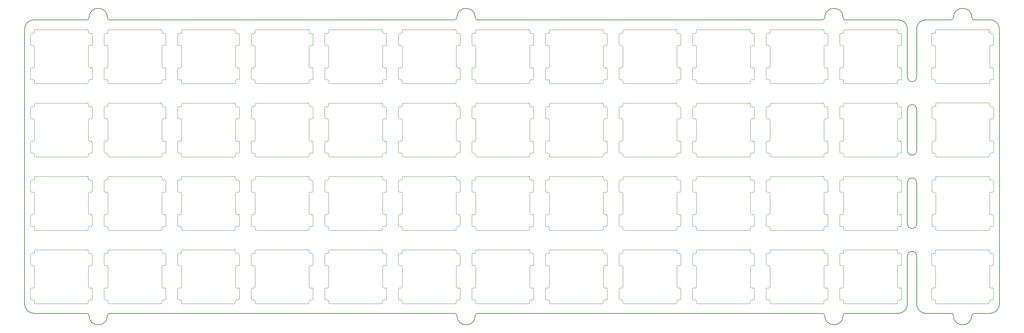
<source format=gbr>
G04 #@! TF.GenerationSoftware,KiCad,Pcbnew,(5.1.10-1-10_14)*
G04 #@! TF.CreationDate,2021-08-09T22:53:28-05:00*
G04 #@! TF.ProjectId,ori_top_plate,6f72695f-746f-4705-9f70-6c6174652e6b,rev?*
G04 #@! TF.SameCoordinates,Original*
G04 #@! TF.FileFunction,Profile,NP*
%FSLAX46Y46*%
G04 Gerber Fmt 4.6, Leading zero omitted, Abs format (unit mm)*
G04 Created by KiCad (PCBNEW (5.1.10-1-10_14)) date 2021-08-09 22:53:28*
%MOMM*%
%LPD*%
G01*
G04 APERTURE LIST*
G04 #@! TA.AperFunction,Profile*
%ADD10C,0.150000*%
G04 #@! TD*
G04 #@! TA.AperFunction,Profile*
%ADD11C,0.100000*%
G04 #@! TD*
G04 APERTURE END LIST*
D10*
X258392142Y-39873575D02*
G75*
G02*
X257796829Y-40468888I-595313J0D01*
G01*
X263749959Y-40468888D02*
G75*
G02*
X263154646Y-39873575I0J595313D01*
G01*
X353642222Y-39873575D02*
G75*
G02*
X353046909Y-40468888I-595313J0D01*
G01*
X359000039Y-40468888D02*
G75*
G02*
X358404726Y-39873575I0J595313D01*
G01*
X392337567Y-116668952D02*
X396505150Y-116669080D01*
X379836330Y-116669080D02*
X386384437Y-116668952D01*
X391742254Y-117264265D02*
G75*
G02*
X386979750Y-117264265I-2381252J0D01*
G01*
X391742254Y-117264265D02*
G75*
G02*
X392337567Y-116668952I595313J0D01*
G01*
X386384437Y-116668952D02*
G75*
G02*
X386979750Y-117264265I0J-595313D01*
G01*
X392337567Y-40468888D02*
X396505150Y-40468760D01*
X379836330Y-40468760D02*
X386384437Y-40468888D01*
X359000039Y-40468888D02*
X372692550Y-40468760D01*
X263749959Y-40468888D02*
X353046909Y-40468888D01*
X168499879Y-40468888D02*
X257796829Y-40468888D01*
X148854110Y-40468760D02*
X162546749Y-40468888D01*
X162546749Y-116668952D02*
X148854110Y-116669080D01*
X257796829Y-116668952D02*
X168499879Y-116668952D01*
X353046909Y-116668952D02*
X263749959Y-116668952D01*
X359000039Y-116668952D02*
X372692550Y-116669080D01*
X358404726Y-117264265D02*
G75*
G02*
X353642222Y-117264265I-2381252J0D01*
G01*
X358404726Y-117264265D02*
G75*
G02*
X359000039Y-116668952I595313J0D01*
G01*
X353046909Y-116668952D02*
G75*
G02*
X353642222Y-117264265I0J-595313D01*
G01*
X263154646Y-117264265D02*
G75*
G02*
X258392142Y-117264265I-2381252J0D01*
G01*
X263154646Y-117264265D02*
G75*
G02*
X263749959Y-116668952I595313J0D01*
G01*
X257796829Y-116668952D02*
G75*
G02*
X258392142Y-117264265I0J-595313D01*
G01*
X167904566Y-117264265D02*
G75*
G02*
X163142062Y-117264265I-2381252J0D01*
G01*
X167904566Y-117264265D02*
G75*
G02*
X168499879Y-116668952I595313J0D01*
G01*
X162546749Y-116668952D02*
G75*
G02*
X163142062Y-117264265I0J-595313D01*
G01*
X163142062Y-39873575D02*
G75*
G02*
X167904566Y-39873575I2381252J0D01*
G01*
X163142062Y-39873575D02*
G75*
G02*
X162546749Y-40468888I-595313J0D01*
G01*
X168499879Y-40468888D02*
G75*
G02*
X167904566Y-39873575I0J595313D01*
G01*
X258392142Y-39873575D02*
G75*
G02*
X263154646Y-39873575I2381252J0D01*
G01*
X353642222Y-39873575D02*
G75*
G02*
X358404726Y-39873575I2381252J0D01*
G01*
X386979750Y-39873575D02*
G75*
G02*
X386384437Y-40468888I-595313J0D01*
G01*
X392337567Y-40468888D02*
G75*
G02*
X391742254Y-39873575I0J595313D01*
G01*
X386979750Y-39873575D02*
G75*
G02*
X391742254Y-39873575I2381252J0D01*
G01*
X146472850Y-42850020D02*
X146472850Y-114287820D01*
X377455070Y-101786127D02*
X377455070Y-114287820D01*
X375073810Y-101786237D02*
X375073810Y-114287820D01*
X375073810Y-82736125D02*
X375073490Y-93451745D01*
X377455070Y-82736125D02*
X377455070Y-93451827D01*
X377455070Y-74401715D02*
X377454746Y-63686095D01*
X375073486Y-63686095D02*
X375073810Y-74401715D01*
X377455070Y-42850020D02*
X377455070Y-55351603D01*
X398886410Y-114287820D02*
X398886410Y-42850020D01*
X375073810Y-42850020D02*
X375073810Y-55351603D01*
X377455070Y-42850020D02*
G75*
G02*
X379836330Y-40468760I2381260J0D01*
G01*
X379836330Y-116669080D02*
G75*
G02*
X377455070Y-114287820I0J2381260D01*
G01*
X375073810Y-101786237D02*
G75*
G02*
X377455070Y-101786237I1190630J0D01*
G01*
X377455070Y-93451827D02*
G75*
G02*
X375073810Y-93451827I-1190630J0D01*
G01*
X375073810Y-82736125D02*
G75*
G02*
X377455070Y-82736125I1190630J0D01*
G01*
X377455070Y-74401715D02*
G75*
G02*
X375073810Y-74401715I-1190630J0D01*
G01*
X375073486Y-63686095D02*
G75*
G02*
X377454746Y-63686095I1190630J0D01*
G01*
X377455070Y-55351603D02*
G75*
G02*
X375073810Y-55351603I-1190630J0D01*
G01*
X396505150Y-40468760D02*
G75*
G02*
X398886410Y-42850020I0J-2381260D01*
G01*
X398886410Y-114287820D02*
G75*
G02*
X396505150Y-116669080I-2381260J0D01*
G01*
X372692550Y-40468760D02*
G75*
G02*
X375073810Y-42850020I0J-2381260D01*
G01*
X375073810Y-114287820D02*
G75*
G02*
X372692550Y-116669080I-2381260J0D01*
G01*
X148854110Y-116669080D02*
G75*
G02*
X146472850Y-114287820I0J2381260D01*
G01*
X146472850Y-42850020D02*
G75*
G02*
X148854110Y-40468760I2381260J0D01*
G01*
D11*
X162672530Y-57006460D02*
X149272530Y-57006460D01*
X148972530Y-56706460D02*
X148972530Y-56306460D01*
X162672530Y-43006460D02*
X149272530Y-43006460D01*
X148972530Y-47406460D02*
X148972530Y-52606460D01*
X148972530Y-43706460D02*
X148972530Y-43306460D01*
X162972530Y-56306460D02*
X162972530Y-56706460D01*
X163272530Y-44006460D02*
X163672530Y-44006460D01*
X163972530Y-46906460D02*
X163972530Y-44306460D01*
X163772530Y-47106460D02*
X163272530Y-47106460D01*
X162972530Y-52606460D02*
X162972530Y-47406460D01*
X162972530Y-43306460D02*
X162972530Y-43706460D01*
X163772530Y-56006460D02*
X163272530Y-56006460D01*
X163972530Y-55806460D02*
X163972530Y-53206460D01*
X163272530Y-52906460D02*
X163672530Y-52906460D01*
X148672530Y-56006460D02*
X148272530Y-56006460D01*
X147972530Y-53106460D02*
X147972530Y-55706460D01*
X148172530Y-52906460D02*
X148672530Y-52906460D01*
X148172530Y-44006460D02*
X148672530Y-44006460D01*
X148672530Y-47106460D02*
X148272530Y-47106460D01*
X147972530Y-44206460D02*
X147972530Y-46806460D01*
X149272530Y-57006460D02*
G75*
G02*
X148972530Y-56706460I0J300000D01*
G01*
X148972530Y-43306460D02*
G75*
G02*
X149272530Y-43006460I300000J0D01*
G01*
X162672530Y-43006460D02*
G75*
G02*
X162972530Y-43306460I0J-300000D01*
G01*
X163972530Y-46906460D02*
G75*
G02*
X163772530Y-47106460I-200000J0D01*
G01*
X162972530Y-47406460D02*
G75*
G02*
X163272530Y-47106460I300000J0D01*
G01*
X162972530Y-56706460D02*
G75*
G02*
X162672530Y-57006460I-300000J0D01*
G01*
X163272530Y-44006460D02*
G75*
G02*
X162972530Y-43706460I0J300000D01*
G01*
X163672530Y-44006460D02*
G75*
G02*
X163972530Y-44306460I0J-300000D01*
G01*
X163272530Y-52906460D02*
G75*
G02*
X162972530Y-52606460I0J300000D01*
G01*
X163672530Y-52906460D02*
G75*
G02*
X163972530Y-53206460I0J-300000D01*
G01*
X162972530Y-56306460D02*
G75*
G02*
X163272530Y-56006460I300000J0D01*
G01*
X163972530Y-55806460D02*
G75*
G02*
X163772530Y-56006460I-200000J0D01*
G01*
X147972530Y-53106460D02*
G75*
G02*
X148172530Y-52906460I200000J0D01*
G01*
X148972530Y-52606460D02*
G75*
G02*
X148672530Y-52906460I-300000J0D01*
G01*
X148272530Y-56006460D02*
G75*
G02*
X147972530Y-55706460I0J300000D01*
G01*
X148672530Y-56006460D02*
G75*
G02*
X148972530Y-56306460I0J-300000D01*
G01*
X148972530Y-43706460D02*
G75*
G02*
X148672530Y-44006460I-300000J0D01*
G01*
X148672530Y-47106460D02*
G75*
G02*
X148972530Y-47406460I0J-300000D01*
G01*
X148272530Y-47106460D02*
G75*
G02*
X147972530Y-46806460I0J300000D01*
G01*
X147972530Y-44206460D02*
G75*
G02*
X148172530Y-44006460I200000J0D01*
G01*
X181722610Y-57006460D02*
X168322610Y-57006460D01*
X168022610Y-56706460D02*
X168022610Y-56306460D01*
X181722610Y-43006460D02*
X168322610Y-43006460D01*
X168022610Y-47406460D02*
X168022610Y-52606460D01*
X168022610Y-43706460D02*
X168022610Y-43306460D01*
X182022610Y-56306460D02*
X182022610Y-56706460D01*
X182322610Y-44006460D02*
X182722610Y-44006460D01*
X183022610Y-46906460D02*
X183022610Y-44306460D01*
X182822610Y-47106460D02*
X182322610Y-47106460D01*
X182022610Y-52606460D02*
X182022610Y-47406460D01*
X182022610Y-43306460D02*
X182022610Y-43706460D01*
X182822610Y-56006460D02*
X182322610Y-56006460D01*
X183022610Y-55806460D02*
X183022610Y-53206460D01*
X182322610Y-52906460D02*
X182722610Y-52906460D01*
X167722610Y-56006460D02*
X167322610Y-56006460D01*
X167022610Y-53106460D02*
X167022610Y-55706460D01*
X167222610Y-52906460D02*
X167722610Y-52906460D01*
X167222610Y-44006460D02*
X167722610Y-44006460D01*
X167722610Y-47106460D02*
X167322610Y-47106460D01*
X167022610Y-44206460D02*
X167022610Y-46806460D01*
X168322610Y-57006460D02*
G75*
G02*
X168022610Y-56706460I0J300000D01*
G01*
X168022610Y-43306460D02*
G75*
G02*
X168322610Y-43006460I300000J0D01*
G01*
X181722610Y-43006460D02*
G75*
G02*
X182022610Y-43306460I0J-300000D01*
G01*
X183022610Y-46906460D02*
G75*
G02*
X182822610Y-47106460I-200000J0D01*
G01*
X182022610Y-47406460D02*
G75*
G02*
X182322610Y-47106460I300000J0D01*
G01*
X182022610Y-56706460D02*
G75*
G02*
X181722610Y-57006460I-300000J0D01*
G01*
X182322610Y-44006460D02*
G75*
G02*
X182022610Y-43706460I0J300000D01*
G01*
X182722610Y-44006460D02*
G75*
G02*
X183022610Y-44306460I0J-300000D01*
G01*
X182322610Y-52906460D02*
G75*
G02*
X182022610Y-52606460I0J300000D01*
G01*
X182722610Y-52906460D02*
G75*
G02*
X183022610Y-53206460I0J-300000D01*
G01*
X182022610Y-56306460D02*
G75*
G02*
X182322610Y-56006460I300000J0D01*
G01*
X183022610Y-55806460D02*
G75*
G02*
X182822610Y-56006460I-200000J0D01*
G01*
X167022610Y-53106460D02*
G75*
G02*
X167222610Y-52906460I200000J0D01*
G01*
X168022610Y-52606460D02*
G75*
G02*
X167722610Y-52906460I-300000J0D01*
G01*
X167322610Y-56006460D02*
G75*
G02*
X167022610Y-55706460I0J300000D01*
G01*
X167722610Y-56006460D02*
G75*
G02*
X168022610Y-56306460I0J-300000D01*
G01*
X168022610Y-43706460D02*
G75*
G02*
X167722610Y-44006460I-300000J0D01*
G01*
X167722610Y-47106460D02*
G75*
G02*
X168022610Y-47406460I0J-300000D01*
G01*
X167322610Y-47106460D02*
G75*
G02*
X167022610Y-46806460I0J300000D01*
G01*
X167022610Y-44206460D02*
G75*
G02*
X167222610Y-44006460I200000J0D01*
G01*
X200772690Y-57006460D02*
X187372690Y-57006460D01*
X187072690Y-56706460D02*
X187072690Y-56306460D01*
X200772690Y-43006460D02*
X187372690Y-43006460D01*
X187072690Y-47406460D02*
X187072690Y-52606460D01*
X187072690Y-43706460D02*
X187072690Y-43306460D01*
X201072690Y-56306460D02*
X201072690Y-56706460D01*
X201372690Y-44006460D02*
X201772690Y-44006460D01*
X202072690Y-46906460D02*
X202072690Y-44306460D01*
X201872690Y-47106460D02*
X201372690Y-47106460D01*
X201072690Y-52606460D02*
X201072690Y-47406460D01*
X201072690Y-43306460D02*
X201072690Y-43706460D01*
X201872690Y-56006460D02*
X201372690Y-56006460D01*
X202072690Y-55806460D02*
X202072690Y-53206460D01*
X201372690Y-52906460D02*
X201772690Y-52906460D01*
X186772690Y-56006460D02*
X186372690Y-56006460D01*
X186072690Y-53106460D02*
X186072690Y-55706460D01*
X186272690Y-52906460D02*
X186772690Y-52906460D01*
X186272690Y-44006460D02*
X186772690Y-44006460D01*
X186772690Y-47106460D02*
X186372690Y-47106460D01*
X186072690Y-44206460D02*
X186072690Y-46806460D01*
X187372690Y-57006460D02*
G75*
G02*
X187072690Y-56706460I0J300000D01*
G01*
X187072690Y-43306460D02*
G75*
G02*
X187372690Y-43006460I300000J0D01*
G01*
X200772690Y-43006460D02*
G75*
G02*
X201072690Y-43306460I0J-300000D01*
G01*
X202072690Y-46906460D02*
G75*
G02*
X201872690Y-47106460I-200000J0D01*
G01*
X201072690Y-47406460D02*
G75*
G02*
X201372690Y-47106460I300000J0D01*
G01*
X201072690Y-56706460D02*
G75*
G02*
X200772690Y-57006460I-300000J0D01*
G01*
X201372690Y-44006460D02*
G75*
G02*
X201072690Y-43706460I0J300000D01*
G01*
X201772690Y-44006460D02*
G75*
G02*
X202072690Y-44306460I0J-300000D01*
G01*
X201372690Y-52906460D02*
G75*
G02*
X201072690Y-52606460I0J300000D01*
G01*
X201772690Y-52906460D02*
G75*
G02*
X202072690Y-53206460I0J-300000D01*
G01*
X201072690Y-56306460D02*
G75*
G02*
X201372690Y-56006460I300000J0D01*
G01*
X202072690Y-55806460D02*
G75*
G02*
X201872690Y-56006460I-200000J0D01*
G01*
X186072690Y-53106460D02*
G75*
G02*
X186272690Y-52906460I200000J0D01*
G01*
X187072690Y-52606460D02*
G75*
G02*
X186772690Y-52906460I-300000J0D01*
G01*
X186372690Y-56006460D02*
G75*
G02*
X186072690Y-55706460I0J300000D01*
G01*
X186772690Y-56006460D02*
G75*
G02*
X187072690Y-56306460I0J-300000D01*
G01*
X187072690Y-43706460D02*
G75*
G02*
X186772690Y-44006460I-300000J0D01*
G01*
X186772690Y-47106460D02*
G75*
G02*
X187072690Y-47406460I0J-300000D01*
G01*
X186372690Y-47106460D02*
G75*
G02*
X186072690Y-46806460I0J300000D01*
G01*
X186072690Y-44206460D02*
G75*
G02*
X186272690Y-44006460I200000J0D01*
G01*
X219822770Y-57006460D02*
X206422770Y-57006460D01*
X206122770Y-56706460D02*
X206122770Y-56306460D01*
X219822770Y-43006460D02*
X206422770Y-43006460D01*
X206122770Y-47406460D02*
X206122770Y-52606460D01*
X206122770Y-43706460D02*
X206122770Y-43306460D01*
X220122770Y-56306460D02*
X220122770Y-56706460D01*
X220422770Y-44006460D02*
X220822770Y-44006460D01*
X221122770Y-46906460D02*
X221122770Y-44306460D01*
X220922770Y-47106460D02*
X220422770Y-47106460D01*
X220122770Y-52606460D02*
X220122770Y-47406460D01*
X220122770Y-43306460D02*
X220122770Y-43706460D01*
X220922770Y-56006460D02*
X220422770Y-56006460D01*
X221122770Y-55806460D02*
X221122770Y-53206460D01*
X220422770Y-52906460D02*
X220822770Y-52906460D01*
X205822770Y-56006460D02*
X205422770Y-56006460D01*
X205122770Y-53106460D02*
X205122770Y-55706460D01*
X205322770Y-52906460D02*
X205822770Y-52906460D01*
X205322770Y-44006460D02*
X205822770Y-44006460D01*
X205822770Y-47106460D02*
X205422770Y-47106460D01*
X205122770Y-44206460D02*
X205122770Y-46806460D01*
X206422770Y-57006460D02*
G75*
G02*
X206122770Y-56706460I0J300000D01*
G01*
X206122770Y-43306460D02*
G75*
G02*
X206422770Y-43006460I300000J0D01*
G01*
X219822770Y-43006460D02*
G75*
G02*
X220122770Y-43306460I0J-300000D01*
G01*
X221122770Y-46906460D02*
G75*
G02*
X220922770Y-47106460I-200000J0D01*
G01*
X220122770Y-47406460D02*
G75*
G02*
X220422770Y-47106460I300000J0D01*
G01*
X220122770Y-56706460D02*
G75*
G02*
X219822770Y-57006460I-300000J0D01*
G01*
X220422770Y-44006460D02*
G75*
G02*
X220122770Y-43706460I0J300000D01*
G01*
X220822770Y-44006460D02*
G75*
G02*
X221122770Y-44306460I0J-300000D01*
G01*
X220422770Y-52906460D02*
G75*
G02*
X220122770Y-52606460I0J300000D01*
G01*
X220822770Y-52906460D02*
G75*
G02*
X221122770Y-53206460I0J-300000D01*
G01*
X220122770Y-56306460D02*
G75*
G02*
X220422770Y-56006460I300000J0D01*
G01*
X221122770Y-55806460D02*
G75*
G02*
X220922770Y-56006460I-200000J0D01*
G01*
X205122770Y-53106460D02*
G75*
G02*
X205322770Y-52906460I200000J0D01*
G01*
X206122770Y-52606460D02*
G75*
G02*
X205822770Y-52906460I-300000J0D01*
G01*
X205422770Y-56006460D02*
G75*
G02*
X205122770Y-55706460I0J300000D01*
G01*
X205822770Y-56006460D02*
G75*
G02*
X206122770Y-56306460I0J-300000D01*
G01*
X206122770Y-43706460D02*
G75*
G02*
X205822770Y-44006460I-300000J0D01*
G01*
X205822770Y-47106460D02*
G75*
G02*
X206122770Y-47406460I0J-300000D01*
G01*
X205422770Y-47106460D02*
G75*
G02*
X205122770Y-46806460I0J300000D01*
G01*
X205122770Y-44206460D02*
G75*
G02*
X205322770Y-44006460I200000J0D01*
G01*
X238872850Y-57006460D02*
X225472850Y-57006460D01*
X225172850Y-56706460D02*
X225172850Y-56306460D01*
X238872850Y-43006460D02*
X225472850Y-43006460D01*
X225172850Y-47406460D02*
X225172850Y-52606460D01*
X225172850Y-43706460D02*
X225172850Y-43306460D01*
X239172850Y-56306460D02*
X239172850Y-56706460D01*
X239472850Y-44006460D02*
X239872850Y-44006460D01*
X240172850Y-46906460D02*
X240172850Y-44306460D01*
X239972850Y-47106460D02*
X239472850Y-47106460D01*
X239172850Y-52606460D02*
X239172850Y-47406460D01*
X239172850Y-43306460D02*
X239172850Y-43706460D01*
X239972850Y-56006460D02*
X239472850Y-56006460D01*
X240172850Y-55806460D02*
X240172850Y-53206460D01*
X239472850Y-52906460D02*
X239872850Y-52906460D01*
X224872850Y-56006460D02*
X224472850Y-56006460D01*
X224172850Y-53106460D02*
X224172850Y-55706460D01*
X224372850Y-52906460D02*
X224872850Y-52906460D01*
X224372850Y-44006460D02*
X224872850Y-44006460D01*
X224872850Y-47106460D02*
X224472850Y-47106460D01*
X224172850Y-44206460D02*
X224172850Y-46806460D01*
X225472850Y-57006460D02*
G75*
G02*
X225172850Y-56706460I0J300000D01*
G01*
X225172850Y-43306460D02*
G75*
G02*
X225472850Y-43006460I300000J0D01*
G01*
X238872850Y-43006460D02*
G75*
G02*
X239172850Y-43306460I0J-300000D01*
G01*
X240172850Y-46906460D02*
G75*
G02*
X239972850Y-47106460I-200000J0D01*
G01*
X239172850Y-47406460D02*
G75*
G02*
X239472850Y-47106460I300000J0D01*
G01*
X239172850Y-56706460D02*
G75*
G02*
X238872850Y-57006460I-300000J0D01*
G01*
X239472850Y-44006460D02*
G75*
G02*
X239172850Y-43706460I0J300000D01*
G01*
X239872850Y-44006460D02*
G75*
G02*
X240172850Y-44306460I0J-300000D01*
G01*
X239472850Y-52906460D02*
G75*
G02*
X239172850Y-52606460I0J300000D01*
G01*
X239872850Y-52906460D02*
G75*
G02*
X240172850Y-53206460I0J-300000D01*
G01*
X239172850Y-56306460D02*
G75*
G02*
X239472850Y-56006460I300000J0D01*
G01*
X240172850Y-55806460D02*
G75*
G02*
X239972850Y-56006460I-200000J0D01*
G01*
X224172850Y-53106460D02*
G75*
G02*
X224372850Y-52906460I200000J0D01*
G01*
X225172850Y-52606460D02*
G75*
G02*
X224872850Y-52906460I-300000J0D01*
G01*
X224472850Y-56006460D02*
G75*
G02*
X224172850Y-55706460I0J300000D01*
G01*
X224872850Y-56006460D02*
G75*
G02*
X225172850Y-56306460I0J-300000D01*
G01*
X225172850Y-43706460D02*
G75*
G02*
X224872850Y-44006460I-300000J0D01*
G01*
X224872850Y-47106460D02*
G75*
G02*
X225172850Y-47406460I0J-300000D01*
G01*
X224472850Y-47106460D02*
G75*
G02*
X224172850Y-46806460I0J300000D01*
G01*
X224172850Y-44206460D02*
G75*
G02*
X224372850Y-44006460I200000J0D01*
G01*
X257922930Y-57006460D02*
X244522930Y-57006460D01*
X244222930Y-56706460D02*
X244222930Y-56306460D01*
X257922930Y-43006460D02*
X244522930Y-43006460D01*
X244222930Y-47406460D02*
X244222930Y-52606460D01*
X244222930Y-43706460D02*
X244222930Y-43306460D01*
X258222930Y-56306460D02*
X258222930Y-56706460D01*
X258522930Y-44006460D02*
X258922930Y-44006460D01*
X259222930Y-46906460D02*
X259222930Y-44306460D01*
X259022930Y-47106460D02*
X258522930Y-47106460D01*
X258222930Y-52606460D02*
X258222930Y-47406460D01*
X258222930Y-43306460D02*
X258222930Y-43706460D01*
X259022930Y-56006460D02*
X258522930Y-56006460D01*
X259222930Y-55806460D02*
X259222930Y-53206460D01*
X258522930Y-52906460D02*
X258922930Y-52906460D01*
X243922930Y-56006460D02*
X243522930Y-56006460D01*
X243222930Y-53106460D02*
X243222930Y-55706460D01*
X243422930Y-52906460D02*
X243922930Y-52906460D01*
X243422930Y-44006460D02*
X243922930Y-44006460D01*
X243922930Y-47106460D02*
X243522930Y-47106460D01*
X243222930Y-44206460D02*
X243222930Y-46806460D01*
X244522930Y-57006460D02*
G75*
G02*
X244222930Y-56706460I0J300000D01*
G01*
X244222930Y-43306460D02*
G75*
G02*
X244522930Y-43006460I300000J0D01*
G01*
X257922930Y-43006460D02*
G75*
G02*
X258222930Y-43306460I0J-300000D01*
G01*
X259222930Y-46906460D02*
G75*
G02*
X259022930Y-47106460I-200000J0D01*
G01*
X258222930Y-47406460D02*
G75*
G02*
X258522930Y-47106460I300000J0D01*
G01*
X258222930Y-56706460D02*
G75*
G02*
X257922930Y-57006460I-300000J0D01*
G01*
X258522930Y-44006460D02*
G75*
G02*
X258222930Y-43706460I0J300000D01*
G01*
X258922930Y-44006460D02*
G75*
G02*
X259222930Y-44306460I0J-300000D01*
G01*
X258522930Y-52906460D02*
G75*
G02*
X258222930Y-52606460I0J300000D01*
G01*
X258922930Y-52906460D02*
G75*
G02*
X259222930Y-53206460I0J-300000D01*
G01*
X258222930Y-56306460D02*
G75*
G02*
X258522930Y-56006460I300000J0D01*
G01*
X259222930Y-55806460D02*
G75*
G02*
X259022930Y-56006460I-200000J0D01*
G01*
X243222930Y-53106460D02*
G75*
G02*
X243422930Y-52906460I200000J0D01*
G01*
X244222930Y-52606460D02*
G75*
G02*
X243922930Y-52906460I-300000J0D01*
G01*
X243522930Y-56006460D02*
G75*
G02*
X243222930Y-55706460I0J300000D01*
G01*
X243922930Y-56006460D02*
G75*
G02*
X244222930Y-56306460I0J-300000D01*
G01*
X244222930Y-43706460D02*
G75*
G02*
X243922930Y-44006460I-300000J0D01*
G01*
X243922930Y-47106460D02*
G75*
G02*
X244222930Y-47406460I0J-300000D01*
G01*
X243522930Y-47106460D02*
G75*
G02*
X243222930Y-46806460I0J300000D01*
G01*
X243222930Y-44206460D02*
G75*
G02*
X243422930Y-44006460I200000J0D01*
G01*
X276973010Y-57006460D02*
X263573010Y-57006460D01*
X263273010Y-56706460D02*
X263273010Y-56306460D01*
X276973010Y-43006460D02*
X263573010Y-43006460D01*
X263273010Y-47406460D02*
X263273010Y-52606460D01*
X263273010Y-43706460D02*
X263273010Y-43306460D01*
X277273010Y-56306460D02*
X277273010Y-56706460D01*
X277573010Y-44006460D02*
X277973010Y-44006460D01*
X278273010Y-46906460D02*
X278273010Y-44306460D01*
X278073010Y-47106460D02*
X277573010Y-47106460D01*
X277273010Y-52606460D02*
X277273010Y-47406460D01*
X277273010Y-43306460D02*
X277273010Y-43706460D01*
X278073010Y-56006460D02*
X277573010Y-56006460D01*
X278273010Y-55806460D02*
X278273010Y-53206460D01*
X277573010Y-52906460D02*
X277973010Y-52906460D01*
X262973010Y-56006460D02*
X262573010Y-56006460D01*
X262273010Y-53106460D02*
X262273010Y-55706460D01*
X262473010Y-52906460D02*
X262973010Y-52906460D01*
X262473010Y-44006460D02*
X262973010Y-44006460D01*
X262973010Y-47106460D02*
X262573010Y-47106460D01*
X262273010Y-44206460D02*
X262273010Y-46806460D01*
X263573010Y-57006460D02*
G75*
G02*
X263273010Y-56706460I0J300000D01*
G01*
X263273010Y-43306460D02*
G75*
G02*
X263573010Y-43006460I300000J0D01*
G01*
X276973010Y-43006460D02*
G75*
G02*
X277273010Y-43306460I0J-300000D01*
G01*
X278273010Y-46906460D02*
G75*
G02*
X278073010Y-47106460I-200000J0D01*
G01*
X277273010Y-47406460D02*
G75*
G02*
X277573010Y-47106460I300000J0D01*
G01*
X277273010Y-56706460D02*
G75*
G02*
X276973010Y-57006460I-300000J0D01*
G01*
X277573010Y-44006460D02*
G75*
G02*
X277273010Y-43706460I0J300000D01*
G01*
X277973010Y-44006460D02*
G75*
G02*
X278273010Y-44306460I0J-300000D01*
G01*
X277573010Y-52906460D02*
G75*
G02*
X277273010Y-52606460I0J300000D01*
G01*
X277973010Y-52906460D02*
G75*
G02*
X278273010Y-53206460I0J-300000D01*
G01*
X277273010Y-56306460D02*
G75*
G02*
X277573010Y-56006460I300000J0D01*
G01*
X278273010Y-55806460D02*
G75*
G02*
X278073010Y-56006460I-200000J0D01*
G01*
X262273010Y-53106460D02*
G75*
G02*
X262473010Y-52906460I200000J0D01*
G01*
X263273010Y-52606460D02*
G75*
G02*
X262973010Y-52906460I-300000J0D01*
G01*
X262573010Y-56006460D02*
G75*
G02*
X262273010Y-55706460I0J300000D01*
G01*
X262973010Y-56006460D02*
G75*
G02*
X263273010Y-56306460I0J-300000D01*
G01*
X263273010Y-43706460D02*
G75*
G02*
X262973010Y-44006460I-300000J0D01*
G01*
X262973010Y-47106460D02*
G75*
G02*
X263273010Y-47406460I0J-300000D01*
G01*
X262573010Y-47106460D02*
G75*
G02*
X262273010Y-46806460I0J300000D01*
G01*
X262273010Y-44206460D02*
G75*
G02*
X262473010Y-44006460I200000J0D01*
G01*
X296023090Y-57006460D02*
X282623090Y-57006460D01*
X282323090Y-56706460D02*
X282323090Y-56306460D01*
X296023090Y-43006460D02*
X282623090Y-43006460D01*
X282323090Y-47406460D02*
X282323090Y-52606460D01*
X282323090Y-43706460D02*
X282323090Y-43306460D01*
X296323090Y-56306460D02*
X296323090Y-56706460D01*
X296623090Y-44006460D02*
X297023090Y-44006460D01*
X297323090Y-46906460D02*
X297323090Y-44306460D01*
X297123090Y-47106460D02*
X296623090Y-47106460D01*
X296323090Y-52606460D02*
X296323090Y-47406460D01*
X296323090Y-43306460D02*
X296323090Y-43706460D01*
X297123090Y-56006460D02*
X296623090Y-56006460D01*
X297323090Y-55806460D02*
X297323090Y-53206460D01*
X296623090Y-52906460D02*
X297023090Y-52906460D01*
X282023090Y-56006460D02*
X281623090Y-56006460D01*
X281323090Y-53106460D02*
X281323090Y-55706460D01*
X281523090Y-52906460D02*
X282023090Y-52906460D01*
X281523090Y-44006460D02*
X282023090Y-44006460D01*
X282023090Y-47106460D02*
X281623090Y-47106460D01*
X281323090Y-44206460D02*
X281323090Y-46806460D01*
X282623090Y-57006460D02*
G75*
G02*
X282323090Y-56706460I0J300000D01*
G01*
X282323090Y-43306460D02*
G75*
G02*
X282623090Y-43006460I300000J0D01*
G01*
X296023090Y-43006460D02*
G75*
G02*
X296323090Y-43306460I0J-300000D01*
G01*
X297323090Y-46906460D02*
G75*
G02*
X297123090Y-47106460I-200000J0D01*
G01*
X296323090Y-47406460D02*
G75*
G02*
X296623090Y-47106460I300000J0D01*
G01*
X296323090Y-56706460D02*
G75*
G02*
X296023090Y-57006460I-300000J0D01*
G01*
X296623090Y-44006460D02*
G75*
G02*
X296323090Y-43706460I0J300000D01*
G01*
X297023090Y-44006460D02*
G75*
G02*
X297323090Y-44306460I0J-300000D01*
G01*
X296623090Y-52906460D02*
G75*
G02*
X296323090Y-52606460I0J300000D01*
G01*
X297023090Y-52906460D02*
G75*
G02*
X297323090Y-53206460I0J-300000D01*
G01*
X296323090Y-56306460D02*
G75*
G02*
X296623090Y-56006460I300000J0D01*
G01*
X297323090Y-55806460D02*
G75*
G02*
X297123090Y-56006460I-200000J0D01*
G01*
X281323090Y-53106460D02*
G75*
G02*
X281523090Y-52906460I200000J0D01*
G01*
X282323090Y-52606460D02*
G75*
G02*
X282023090Y-52906460I-300000J0D01*
G01*
X281623090Y-56006460D02*
G75*
G02*
X281323090Y-55706460I0J300000D01*
G01*
X282023090Y-56006460D02*
G75*
G02*
X282323090Y-56306460I0J-300000D01*
G01*
X282323090Y-43706460D02*
G75*
G02*
X282023090Y-44006460I-300000J0D01*
G01*
X282023090Y-47106460D02*
G75*
G02*
X282323090Y-47406460I0J-300000D01*
G01*
X281623090Y-47106460D02*
G75*
G02*
X281323090Y-46806460I0J300000D01*
G01*
X281323090Y-44206460D02*
G75*
G02*
X281523090Y-44006460I200000J0D01*
G01*
X315073170Y-57006460D02*
X301673170Y-57006460D01*
X301373170Y-56706460D02*
X301373170Y-56306460D01*
X315073170Y-43006460D02*
X301673170Y-43006460D01*
X301373170Y-47406460D02*
X301373170Y-52606460D01*
X301373170Y-43706460D02*
X301373170Y-43306460D01*
X315373170Y-56306460D02*
X315373170Y-56706460D01*
X315673170Y-44006460D02*
X316073170Y-44006460D01*
X316373170Y-46906460D02*
X316373170Y-44306460D01*
X316173170Y-47106460D02*
X315673170Y-47106460D01*
X315373170Y-52606460D02*
X315373170Y-47406460D01*
X315373170Y-43306460D02*
X315373170Y-43706460D01*
X316173170Y-56006460D02*
X315673170Y-56006460D01*
X316373170Y-55806460D02*
X316373170Y-53206460D01*
X315673170Y-52906460D02*
X316073170Y-52906460D01*
X301073170Y-56006460D02*
X300673170Y-56006460D01*
X300373170Y-53106460D02*
X300373170Y-55706460D01*
X300573170Y-52906460D02*
X301073170Y-52906460D01*
X300573170Y-44006460D02*
X301073170Y-44006460D01*
X301073170Y-47106460D02*
X300673170Y-47106460D01*
X300373170Y-44206460D02*
X300373170Y-46806460D01*
X301673170Y-57006460D02*
G75*
G02*
X301373170Y-56706460I0J300000D01*
G01*
X301373170Y-43306460D02*
G75*
G02*
X301673170Y-43006460I300000J0D01*
G01*
X315073170Y-43006460D02*
G75*
G02*
X315373170Y-43306460I0J-300000D01*
G01*
X316373170Y-46906460D02*
G75*
G02*
X316173170Y-47106460I-200000J0D01*
G01*
X315373170Y-47406460D02*
G75*
G02*
X315673170Y-47106460I300000J0D01*
G01*
X315373170Y-56706460D02*
G75*
G02*
X315073170Y-57006460I-300000J0D01*
G01*
X315673170Y-44006460D02*
G75*
G02*
X315373170Y-43706460I0J300000D01*
G01*
X316073170Y-44006460D02*
G75*
G02*
X316373170Y-44306460I0J-300000D01*
G01*
X315673170Y-52906460D02*
G75*
G02*
X315373170Y-52606460I0J300000D01*
G01*
X316073170Y-52906460D02*
G75*
G02*
X316373170Y-53206460I0J-300000D01*
G01*
X315373170Y-56306460D02*
G75*
G02*
X315673170Y-56006460I300000J0D01*
G01*
X316373170Y-55806460D02*
G75*
G02*
X316173170Y-56006460I-200000J0D01*
G01*
X300373170Y-53106460D02*
G75*
G02*
X300573170Y-52906460I200000J0D01*
G01*
X301373170Y-52606460D02*
G75*
G02*
X301073170Y-52906460I-300000J0D01*
G01*
X300673170Y-56006460D02*
G75*
G02*
X300373170Y-55706460I0J300000D01*
G01*
X301073170Y-56006460D02*
G75*
G02*
X301373170Y-56306460I0J-300000D01*
G01*
X301373170Y-43706460D02*
G75*
G02*
X301073170Y-44006460I-300000J0D01*
G01*
X301073170Y-47106460D02*
G75*
G02*
X301373170Y-47406460I0J-300000D01*
G01*
X300673170Y-47106460D02*
G75*
G02*
X300373170Y-46806460I0J300000D01*
G01*
X300373170Y-44206460D02*
G75*
G02*
X300573170Y-44006460I200000J0D01*
G01*
X334123250Y-57006460D02*
X320723250Y-57006460D01*
X320423250Y-56706460D02*
X320423250Y-56306460D01*
X334123250Y-43006460D02*
X320723250Y-43006460D01*
X320423250Y-47406460D02*
X320423250Y-52606460D01*
X320423250Y-43706460D02*
X320423250Y-43306460D01*
X334423250Y-56306460D02*
X334423250Y-56706460D01*
X334723250Y-44006460D02*
X335123250Y-44006460D01*
X335423250Y-46906460D02*
X335423250Y-44306460D01*
X335223250Y-47106460D02*
X334723250Y-47106460D01*
X334423250Y-52606460D02*
X334423250Y-47406460D01*
X334423250Y-43306460D02*
X334423250Y-43706460D01*
X335223250Y-56006460D02*
X334723250Y-56006460D01*
X335423250Y-55806460D02*
X335423250Y-53206460D01*
X334723250Y-52906460D02*
X335123250Y-52906460D01*
X320123250Y-56006460D02*
X319723250Y-56006460D01*
X319423250Y-53106460D02*
X319423250Y-55706460D01*
X319623250Y-52906460D02*
X320123250Y-52906460D01*
X319623250Y-44006460D02*
X320123250Y-44006460D01*
X320123250Y-47106460D02*
X319723250Y-47106460D01*
X319423250Y-44206460D02*
X319423250Y-46806460D01*
X320723250Y-57006460D02*
G75*
G02*
X320423250Y-56706460I0J300000D01*
G01*
X320423250Y-43306460D02*
G75*
G02*
X320723250Y-43006460I300000J0D01*
G01*
X334123250Y-43006460D02*
G75*
G02*
X334423250Y-43306460I0J-300000D01*
G01*
X335423250Y-46906460D02*
G75*
G02*
X335223250Y-47106460I-200000J0D01*
G01*
X334423250Y-47406460D02*
G75*
G02*
X334723250Y-47106460I300000J0D01*
G01*
X334423250Y-56706460D02*
G75*
G02*
X334123250Y-57006460I-300000J0D01*
G01*
X334723250Y-44006460D02*
G75*
G02*
X334423250Y-43706460I0J300000D01*
G01*
X335123250Y-44006460D02*
G75*
G02*
X335423250Y-44306460I0J-300000D01*
G01*
X334723250Y-52906460D02*
G75*
G02*
X334423250Y-52606460I0J300000D01*
G01*
X335123250Y-52906460D02*
G75*
G02*
X335423250Y-53206460I0J-300000D01*
G01*
X334423250Y-56306460D02*
G75*
G02*
X334723250Y-56006460I300000J0D01*
G01*
X335423250Y-55806460D02*
G75*
G02*
X335223250Y-56006460I-200000J0D01*
G01*
X319423250Y-53106460D02*
G75*
G02*
X319623250Y-52906460I200000J0D01*
G01*
X320423250Y-52606460D02*
G75*
G02*
X320123250Y-52906460I-300000J0D01*
G01*
X319723250Y-56006460D02*
G75*
G02*
X319423250Y-55706460I0J300000D01*
G01*
X320123250Y-56006460D02*
G75*
G02*
X320423250Y-56306460I0J-300000D01*
G01*
X320423250Y-43706460D02*
G75*
G02*
X320123250Y-44006460I-300000J0D01*
G01*
X320123250Y-47106460D02*
G75*
G02*
X320423250Y-47406460I0J-300000D01*
G01*
X319723250Y-47106460D02*
G75*
G02*
X319423250Y-46806460I0J300000D01*
G01*
X319423250Y-44206460D02*
G75*
G02*
X319623250Y-44006460I200000J0D01*
G01*
X353173330Y-57006460D02*
X339773330Y-57006460D01*
X339473330Y-56706460D02*
X339473330Y-56306460D01*
X353173330Y-43006460D02*
X339773330Y-43006460D01*
X339473330Y-47406460D02*
X339473330Y-52606460D01*
X339473330Y-43706460D02*
X339473330Y-43306460D01*
X353473330Y-56306460D02*
X353473330Y-56706460D01*
X353773330Y-44006460D02*
X354173330Y-44006460D01*
X354473330Y-46906460D02*
X354473330Y-44306460D01*
X354273330Y-47106460D02*
X353773330Y-47106460D01*
X353473330Y-52606460D02*
X353473330Y-47406460D01*
X353473330Y-43306460D02*
X353473330Y-43706460D01*
X354273330Y-56006460D02*
X353773330Y-56006460D01*
X354473330Y-55806460D02*
X354473330Y-53206460D01*
X353773330Y-52906460D02*
X354173330Y-52906460D01*
X339173330Y-56006460D02*
X338773330Y-56006460D01*
X338473330Y-53106460D02*
X338473330Y-55706460D01*
X338673330Y-52906460D02*
X339173330Y-52906460D01*
X338673330Y-44006460D02*
X339173330Y-44006460D01*
X339173330Y-47106460D02*
X338773330Y-47106460D01*
X338473330Y-44206460D02*
X338473330Y-46806460D01*
X339773330Y-57006460D02*
G75*
G02*
X339473330Y-56706460I0J300000D01*
G01*
X339473330Y-43306460D02*
G75*
G02*
X339773330Y-43006460I300000J0D01*
G01*
X353173330Y-43006460D02*
G75*
G02*
X353473330Y-43306460I0J-300000D01*
G01*
X354473330Y-46906460D02*
G75*
G02*
X354273330Y-47106460I-200000J0D01*
G01*
X353473330Y-47406460D02*
G75*
G02*
X353773330Y-47106460I300000J0D01*
G01*
X353473330Y-56706460D02*
G75*
G02*
X353173330Y-57006460I-300000J0D01*
G01*
X353773330Y-44006460D02*
G75*
G02*
X353473330Y-43706460I0J300000D01*
G01*
X354173330Y-44006460D02*
G75*
G02*
X354473330Y-44306460I0J-300000D01*
G01*
X353773330Y-52906460D02*
G75*
G02*
X353473330Y-52606460I0J300000D01*
G01*
X354173330Y-52906460D02*
G75*
G02*
X354473330Y-53206460I0J-300000D01*
G01*
X353473330Y-56306460D02*
G75*
G02*
X353773330Y-56006460I300000J0D01*
G01*
X354473330Y-55806460D02*
G75*
G02*
X354273330Y-56006460I-200000J0D01*
G01*
X338473330Y-53106460D02*
G75*
G02*
X338673330Y-52906460I200000J0D01*
G01*
X339473330Y-52606460D02*
G75*
G02*
X339173330Y-52906460I-300000J0D01*
G01*
X338773330Y-56006460D02*
G75*
G02*
X338473330Y-55706460I0J300000D01*
G01*
X339173330Y-56006460D02*
G75*
G02*
X339473330Y-56306460I0J-300000D01*
G01*
X339473330Y-43706460D02*
G75*
G02*
X339173330Y-44006460I-300000J0D01*
G01*
X339173330Y-47106460D02*
G75*
G02*
X339473330Y-47406460I0J-300000D01*
G01*
X338773330Y-47106460D02*
G75*
G02*
X338473330Y-46806460I0J300000D01*
G01*
X338473330Y-44206460D02*
G75*
G02*
X338673330Y-44006460I200000J0D01*
G01*
X372223410Y-57006460D02*
X358823410Y-57006460D01*
X358523410Y-56706460D02*
X358523410Y-56306460D01*
X372223410Y-43006460D02*
X358823410Y-43006460D01*
X358523410Y-47406460D02*
X358523410Y-52606460D01*
X358523410Y-43706460D02*
X358523410Y-43306460D01*
X372523410Y-56306460D02*
X372523410Y-56706460D01*
X372823410Y-44006460D02*
X373223410Y-44006460D01*
X373523410Y-46906460D02*
X373523410Y-44306460D01*
X373323410Y-47106460D02*
X372823410Y-47106460D01*
X372523410Y-52606460D02*
X372523410Y-47406460D01*
X372523410Y-43306460D02*
X372523410Y-43706460D01*
X373323410Y-56006460D02*
X372823410Y-56006460D01*
X373523410Y-55806460D02*
X373523410Y-53206460D01*
X372823410Y-52906460D02*
X373223410Y-52906460D01*
X358223410Y-56006460D02*
X357823410Y-56006460D01*
X357523410Y-53106460D02*
X357523410Y-55706460D01*
X357723410Y-52906460D02*
X358223410Y-52906460D01*
X357723410Y-44006460D02*
X358223410Y-44006460D01*
X358223410Y-47106460D02*
X357823410Y-47106460D01*
X357523410Y-44206460D02*
X357523410Y-46806460D01*
X358823410Y-57006460D02*
G75*
G02*
X358523410Y-56706460I0J300000D01*
G01*
X358523410Y-43306460D02*
G75*
G02*
X358823410Y-43006460I300000J0D01*
G01*
X372223410Y-43006460D02*
G75*
G02*
X372523410Y-43306460I0J-300000D01*
G01*
X373523410Y-46906460D02*
G75*
G02*
X373323410Y-47106460I-200000J0D01*
G01*
X372523410Y-47406460D02*
G75*
G02*
X372823410Y-47106460I300000J0D01*
G01*
X372523410Y-56706460D02*
G75*
G02*
X372223410Y-57006460I-300000J0D01*
G01*
X372823410Y-44006460D02*
G75*
G02*
X372523410Y-43706460I0J300000D01*
G01*
X373223410Y-44006460D02*
G75*
G02*
X373523410Y-44306460I0J-300000D01*
G01*
X372823410Y-52906460D02*
G75*
G02*
X372523410Y-52606460I0J300000D01*
G01*
X373223410Y-52906460D02*
G75*
G02*
X373523410Y-53206460I0J-300000D01*
G01*
X372523410Y-56306460D02*
G75*
G02*
X372823410Y-56006460I300000J0D01*
G01*
X373523410Y-55806460D02*
G75*
G02*
X373323410Y-56006460I-200000J0D01*
G01*
X357523410Y-53106460D02*
G75*
G02*
X357723410Y-52906460I200000J0D01*
G01*
X358523410Y-52606460D02*
G75*
G02*
X358223410Y-52906460I-300000J0D01*
G01*
X357823410Y-56006460D02*
G75*
G02*
X357523410Y-55706460I0J300000D01*
G01*
X358223410Y-56006460D02*
G75*
G02*
X358523410Y-56306460I0J-300000D01*
G01*
X358523410Y-43706460D02*
G75*
G02*
X358223410Y-44006460I-300000J0D01*
G01*
X358223410Y-47106460D02*
G75*
G02*
X358523410Y-47406460I0J-300000D01*
G01*
X357823410Y-47106460D02*
G75*
G02*
X357523410Y-46806460I0J300000D01*
G01*
X357523410Y-44206460D02*
G75*
G02*
X357723410Y-44006460I200000J0D01*
G01*
X162672530Y-76056540D02*
X149272530Y-76056540D01*
X148972530Y-75756540D02*
X148972530Y-75356540D01*
X162672530Y-62056540D02*
X149272530Y-62056540D01*
X148972530Y-66456540D02*
X148972530Y-71656540D01*
X148972530Y-62756540D02*
X148972530Y-62356540D01*
X162972530Y-75356540D02*
X162972530Y-75756540D01*
X163272530Y-63056540D02*
X163672530Y-63056540D01*
X163972530Y-65956540D02*
X163972530Y-63356540D01*
X163772530Y-66156540D02*
X163272530Y-66156540D01*
X162972530Y-71656540D02*
X162972530Y-66456540D01*
X162972530Y-62356540D02*
X162972530Y-62756540D01*
X163772530Y-75056540D02*
X163272530Y-75056540D01*
X163972530Y-74856540D02*
X163972530Y-72256540D01*
X163272530Y-71956540D02*
X163672530Y-71956540D01*
X148672530Y-75056540D02*
X148272530Y-75056540D01*
X147972530Y-72156540D02*
X147972530Y-74756540D01*
X148172530Y-71956540D02*
X148672530Y-71956540D01*
X148172530Y-63056540D02*
X148672530Y-63056540D01*
X148672530Y-66156540D02*
X148272530Y-66156540D01*
X147972530Y-63256540D02*
X147972530Y-65856540D01*
X149272530Y-76056540D02*
G75*
G02*
X148972530Y-75756540I0J300000D01*
G01*
X148972530Y-62356540D02*
G75*
G02*
X149272530Y-62056540I300000J0D01*
G01*
X162672530Y-62056540D02*
G75*
G02*
X162972530Y-62356540I0J-300000D01*
G01*
X163972530Y-65956540D02*
G75*
G02*
X163772530Y-66156540I-200000J0D01*
G01*
X162972530Y-66456540D02*
G75*
G02*
X163272530Y-66156540I300000J0D01*
G01*
X162972530Y-75756540D02*
G75*
G02*
X162672530Y-76056540I-300000J0D01*
G01*
X163272530Y-63056540D02*
G75*
G02*
X162972530Y-62756540I0J300000D01*
G01*
X163672530Y-63056540D02*
G75*
G02*
X163972530Y-63356540I0J-300000D01*
G01*
X163272530Y-71956540D02*
G75*
G02*
X162972530Y-71656540I0J300000D01*
G01*
X163672530Y-71956540D02*
G75*
G02*
X163972530Y-72256540I0J-300000D01*
G01*
X162972530Y-75356540D02*
G75*
G02*
X163272530Y-75056540I300000J0D01*
G01*
X163972530Y-74856540D02*
G75*
G02*
X163772530Y-75056540I-200000J0D01*
G01*
X147972530Y-72156540D02*
G75*
G02*
X148172530Y-71956540I200000J0D01*
G01*
X148972530Y-71656540D02*
G75*
G02*
X148672530Y-71956540I-300000J0D01*
G01*
X148272530Y-75056540D02*
G75*
G02*
X147972530Y-74756540I0J300000D01*
G01*
X148672530Y-75056540D02*
G75*
G02*
X148972530Y-75356540I0J-300000D01*
G01*
X148972530Y-62756540D02*
G75*
G02*
X148672530Y-63056540I-300000J0D01*
G01*
X148672530Y-66156540D02*
G75*
G02*
X148972530Y-66456540I0J-300000D01*
G01*
X148272530Y-66156540D02*
G75*
G02*
X147972530Y-65856540I0J300000D01*
G01*
X147972530Y-63256540D02*
G75*
G02*
X148172530Y-63056540I200000J0D01*
G01*
X181722610Y-76056540D02*
X168322610Y-76056540D01*
X168022610Y-75756540D02*
X168022610Y-75356540D01*
X181722610Y-62056540D02*
X168322610Y-62056540D01*
X168022610Y-66456540D02*
X168022610Y-71656540D01*
X168022610Y-62756540D02*
X168022610Y-62356540D01*
X182022610Y-75356540D02*
X182022610Y-75756540D01*
X182322610Y-63056540D02*
X182722610Y-63056540D01*
X183022610Y-65956540D02*
X183022610Y-63356540D01*
X182822610Y-66156540D02*
X182322610Y-66156540D01*
X182022610Y-71656540D02*
X182022610Y-66456540D01*
X182022610Y-62356540D02*
X182022610Y-62756540D01*
X182822610Y-75056540D02*
X182322610Y-75056540D01*
X183022610Y-74856540D02*
X183022610Y-72256540D01*
X182322610Y-71956540D02*
X182722610Y-71956540D01*
X167722610Y-75056540D02*
X167322610Y-75056540D01*
X167022610Y-72156540D02*
X167022610Y-74756540D01*
X167222610Y-71956540D02*
X167722610Y-71956540D01*
X167222610Y-63056540D02*
X167722610Y-63056540D01*
X167722610Y-66156540D02*
X167322610Y-66156540D01*
X167022610Y-63256540D02*
X167022610Y-65856540D01*
X168322610Y-76056540D02*
G75*
G02*
X168022610Y-75756540I0J300000D01*
G01*
X168022610Y-62356540D02*
G75*
G02*
X168322610Y-62056540I300000J0D01*
G01*
X181722610Y-62056540D02*
G75*
G02*
X182022610Y-62356540I0J-300000D01*
G01*
X183022610Y-65956540D02*
G75*
G02*
X182822610Y-66156540I-200000J0D01*
G01*
X182022610Y-66456540D02*
G75*
G02*
X182322610Y-66156540I300000J0D01*
G01*
X182022610Y-75756540D02*
G75*
G02*
X181722610Y-76056540I-300000J0D01*
G01*
X182322610Y-63056540D02*
G75*
G02*
X182022610Y-62756540I0J300000D01*
G01*
X182722610Y-63056540D02*
G75*
G02*
X183022610Y-63356540I0J-300000D01*
G01*
X182322610Y-71956540D02*
G75*
G02*
X182022610Y-71656540I0J300000D01*
G01*
X182722610Y-71956540D02*
G75*
G02*
X183022610Y-72256540I0J-300000D01*
G01*
X182022610Y-75356540D02*
G75*
G02*
X182322610Y-75056540I300000J0D01*
G01*
X183022610Y-74856540D02*
G75*
G02*
X182822610Y-75056540I-200000J0D01*
G01*
X167022610Y-72156540D02*
G75*
G02*
X167222610Y-71956540I200000J0D01*
G01*
X168022610Y-71656540D02*
G75*
G02*
X167722610Y-71956540I-300000J0D01*
G01*
X167322610Y-75056540D02*
G75*
G02*
X167022610Y-74756540I0J300000D01*
G01*
X167722610Y-75056540D02*
G75*
G02*
X168022610Y-75356540I0J-300000D01*
G01*
X168022610Y-62756540D02*
G75*
G02*
X167722610Y-63056540I-300000J0D01*
G01*
X167722610Y-66156540D02*
G75*
G02*
X168022610Y-66456540I0J-300000D01*
G01*
X167322610Y-66156540D02*
G75*
G02*
X167022610Y-65856540I0J300000D01*
G01*
X167022610Y-63256540D02*
G75*
G02*
X167222610Y-63056540I200000J0D01*
G01*
X200772690Y-76056540D02*
X187372690Y-76056540D01*
X187072690Y-75756540D02*
X187072690Y-75356540D01*
X200772690Y-62056540D02*
X187372690Y-62056540D01*
X187072690Y-66456540D02*
X187072690Y-71656540D01*
X187072690Y-62756540D02*
X187072690Y-62356540D01*
X201072690Y-75356540D02*
X201072690Y-75756540D01*
X201372690Y-63056540D02*
X201772690Y-63056540D01*
X202072690Y-65956540D02*
X202072690Y-63356540D01*
X201872690Y-66156540D02*
X201372690Y-66156540D01*
X201072690Y-71656540D02*
X201072690Y-66456540D01*
X201072690Y-62356540D02*
X201072690Y-62756540D01*
X201872690Y-75056540D02*
X201372690Y-75056540D01*
X202072690Y-74856540D02*
X202072690Y-72256540D01*
X201372690Y-71956540D02*
X201772690Y-71956540D01*
X186772690Y-75056540D02*
X186372690Y-75056540D01*
X186072690Y-72156540D02*
X186072690Y-74756540D01*
X186272690Y-71956540D02*
X186772690Y-71956540D01*
X186272690Y-63056540D02*
X186772690Y-63056540D01*
X186772690Y-66156540D02*
X186372690Y-66156540D01*
X186072690Y-63256540D02*
X186072690Y-65856540D01*
X187372690Y-76056540D02*
G75*
G02*
X187072690Y-75756540I0J300000D01*
G01*
X187072690Y-62356540D02*
G75*
G02*
X187372690Y-62056540I300000J0D01*
G01*
X200772690Y-62056540D02*
G75*
G02*
X201072690Y-62356540I0J-300000D01*
G01*
X202072690Y-65956540D02*
G75*
G02*
X201872690Y-66156540I-200000J0D01*
G01*
X201072690Y-66456540D02*
G75*
G02*
X201372690Y-66156540I300000J0D01*
G01*
X201072690Y-75756540D02*
G75*
G02*
X200772690Y-76056540I-300000J0D01*
G01*
X201372690Y-63056540D02*
G75*
G02*
X201072690Y-62756540I0J300000D01*
G01*
X201772690Y-63056540D02*
G75*
G02*
X202072690Y-63356540I0J-300000D01*
G01*
X201372690Y-71956540D02*
G75*
G02*
X201072690Y-71656540I0J300000D01*
G01*
X201772690Y-71956540D02*
G75*
G02*
X202072690Y-72256540I0J-300000D01*
G01*
X201072690Y-75356540D02*
G75*
G02*
X201372690Y-75056540I300000J0D01*
G01*
X202072690Y-74856540D02*
G75*
G02*
X201872690Y-75056540I-200000J0D01*
G01*
X186072690Y-72156540D02*
G75*
G02*
X186272690Y-71956540I200000J0D01*
G01*
X187072690Y-71656540D02*
G75*
G02*
X186772690Y-71956540I-300000J0D01*
G01*
X186372690Y-75056540D02*
G75*
G02*
X186072690Y-74756540I0J300000D01*
G01*
X186772690Y-75056540D02*
G75*
G02*
X187072690Y-75356540I0J-300000D01*
G01*
X187072690Y-62756540D02*
G75*
G02*
X186772690Y-63056540I-300000J0D01*
G01*
X186772690Y-66156540D02*
G75*
G02*
X187072690Y-66456540I0J-300000D01*
G01*
X186372690Y-66156540D02*
G75*
G02*
X186072690Y-65856540I0J300000D01*
G01*
X186072690Y-63256540D02*
G75*
G02*
X186272690Y-63056540I200000J0D01*
G01*
X219822770Y-76056540D02*
X206422770Y-76056540D01*
X206122770Y-75756540D02*
X206122770Y-75356540D01*
X219822770Y-62056540D02*
X206422770Y-62056540D01*
X206122770Y-66456540D02*
X206122770Y-71656540D01*
X206122770Y-62756540D02*
X206122770Y-62356540D01*
X220122770Y-75356540D02*
X220122770Y-75756540D01*
X220422770Y-63056540D02*
X220822770Y-63056540D01*
X221122770Y-65956540D02*
X221122770Y-63356540D01*
X220922770Y-66156540D02*
X220422770Y-66156540D01*
X220122770Y-71656540D02*
X220122770Y-66456540D01*
X220122770Y-62356540D02*
X220122770Y-62756540D01*
X220922770Y-75056540D02*
X220422770Y-75056540D01*
X221122770Y-74856540D02*
X221122770Y-72256540D01*
X220422770Y-71956540D02*
X220822770Y-71956540D01*
X205822770Y-75056540D02*
X205422770Y-75056540D01*
X205122770Y-72156540D02*
X205122770Y-74756540D01*
X205322770Y-71956540D02*
X205822770Y-71956540D01*
X205322770Y-63056540D02*
X205822770Y-63056540D01*
X205822770Y-66156540D02*
X205422770Y-66156540D01*
X205122770Y-63256540D02*
X205122770Y-65856540D01*
X206422770Y-76056540D02*
G75*
G02*
X206122770Y-75756540I0J300000D01*
G01*
X206122770Y-62356540D02*
G75*
G02*
X206422770Y-62056540I300000J0D01*
G01*
X219822770Y-62056540D02*
G75*
G02*
X220122770Y-62356540I0J-300000D01*
G01*
X221122770Y-65956540D02*
G75*
G02*
X220922770Y-66156540I-200000J0D01*
G01*
X220122770Y-66456540D02*
G75*
G02*
X220422770Y-66156540I300000J0D01*
G01*
X220122770Y-75756540D02*
G75*
G02*
X219822770Y-76056540I-300000J0D01*
G01*
X220422770Y-63056540D02*
G75*
G02*
X220122770Y-62756540I0J300000D01*
G01*
X220822770Y-63056540D02*
G75*
G02*
X221122770Y-63356540I0J-300000D01*
G01*
X220422770Y-71956540D02*
G75*
G02*
X220122770Y-71656540I0J300000D01*
G01*
X220822770Y-71956540D02*
G75*
G02*
X221122770Y-72256540I0J-300000D01*
G01*
X220122770Y-75356540D02*
G75*
G02*
X220422770Y-75056540I300000J0D01*
G01*
X221122770Y-74856540D02*
G75*
G02*
X220922770Y-75056540I-200000J0D01*
G01*
X205122770Y-72156540D02*
G75*
G02*
X205322770Y-71956540I200000J0D01*
G01*
X206122770Y-71656540D02*
G75*
G02*
X205822770Y-71956540I-300000J0D01*
G01*
X205422770Y-75056540D02*
G75*
G02*
X205122770Y-74756540I0J300000D01*
G01*
X205822770Y-75056540D02*
G75*
G02*
X206122770Y-75356540I0J-300000D01*
G01*
X206122770Y-62756540D02*
G75*
G02*
X205822770Y-63056540I-300000J0D01*
G01*
X205822770Y-66156540D02*
G75*
G02*
X206122770Y-66456540I0J-300000D01*
G01*
X205422770Y-66156540D02*
G75*
G02*
X205122770Y-65856540I0J300000D01*
G01*
X205122770Y-63256540D02*
G75*
G02*
X205322770Y-63056540I200000J0D01*
G01*
X238872850Y-76056540D02*
X225472850Y-76056540D01*
X225172850Y-75756540D02*
X225172850Y-75356540D01*
X238872850Y-62056540D02*
X225472850Y-62056540D01*
X225172850Y-66456540D02*
X225172850Y-71656540D01*
X225172850Y-62756540D02*
X225172850Y-62356540D01*
X239172850Y-75356540D02*
X239172850Y-75756540D01*
X239472850Y-63056540D02*
X239872850Y-63056540D01*
X240172850Y-65956540D02*
X240172850Y-63356540D01*
X239972850Y-66156540D02*
X239472850Y-66156540D01*
X239172850Y-71656540D02*
X239172850Y-66456540D01*
X239172850Y-62356540D02*
X239172850Y-62756540D01*
X239972850Y-75056540D02*
X239472850Y-75056540D01*
X240172850Y-74856540D02*
X240172850Y-72256540D01*
X239472850Y-71956540D02*
X239872850Y-71956540D01*
X224872850Y-75056540D02*
X224472850Y-75056540D01*
X224172850Y-72156540D02*
X224172850Y-74756540D01*
X224372850Y-71956540D02*
X224872850Y-71956540D01*
X224372850Y-63056540D02*
X224872850Y-63056540D01*
X224872850Y-66156540D02*
X224472850Y-66156540D01*
X224172850Y-63256540D02*
X224172850Y-65856540D01*
X225472850Y-76056540D02*
G75*
G02*
X225172850Y-75756540I0J300000D01*
G01*
X225172850Y-62356540D02*
G75*
G02*
X225472850Y-62056540I300000J0D01*
G01*
X238872850Y-62056540D02*
G75*
G02*
X239172850Y-62356540I0J-300000D01*
G01*
X240172850Y-65956540D02*
G75*
G02*
X239972850Y-66156540I-200000J0D01*
G01*
X239172850Y-66456540D02*
G75*
G02*
X239472850Y-66156540I300000J0D01*
G01*
X239172850Y-75756540D02*
G75*
G02*
X238872850Y-76056540I-300000J0D01*
G01*
X239472850Y-63056540D02*
G75*
G02*
X239172850Y-62756540I0J300000D01*
G01*
X239872850Y-63056540D02*
G75*
G02*
X240172850Y-63356540I0J-300000D01*
G01*
X239472850Y-71956540D02*
G75*
G02*
X239172850Y-71656540I0J300000D01*
G01*
X239872850Y-71956540D02*
G75*
G02*
X240172850Y-72256540I0J-300000D01*
G01*
X239172850Y-75356540D02*
G75*
G02*
X239472850Y-75056540I300000J0D01*
G01*
X240172850Y-74856540D02*
G75*
G02*
X239972850Y-75056540I-200000J0D01*
G01*
X224172850Y-72156540D02*
G75*
G02*
X224372850Y-71956540I200000J0D01*
G01*
X225172850Y-71656540D02*
G75*
G02*
X224872850Y-71956540I-300000J0D01*
G01*
X224472850Y-75056540D02*
G75*
G02*
X224172850Y-74756540I0J300000D01*
G01*
X224872850Y-75056540D02*
G75*
G02*
X225172850Y-75356540I0J-300000D01*
G01*
X225172850Y-62756540D02*
G75*
G02*
X224872850Y-63056540I-300000J0D01*
G01*
X224872850Y-66156540D02*
G75*
G02*
X225172850Y-66456540I0J-300000D01*
G01*
X224472850Y-66156540D02*
G75*
G02*
X224172850Y-65856540I0J300000D01*
G01*
X224172850Y-63256540D02*
G75*
G02*
X224372850Y-63056540I200000J0D01*
G01*
X257922930Y-76056540D02*
X244522930Y-76056540D01*
X244222930Y-75756540D02*
X244222930Y-75356540D01*
X257922930Y-62056540D02*
X244522930Y-62056540D01*
X244222930Y-66456540D02*
X244222930Y-71656540D01*
X244222930Y-62756540D02*
X244222930Y-62356540D01*
X258222930Y-75356540D02*
X258222930Y-75756540D01*
X258522930Y-63056540D02*
X258922930Y-63056540D01*
X259222930Y-65956540D02*
X259222930Y-63356540D01*
X259022930Y-66156540D02*
X258522930Y-66156540D01*
X258222930Y-71656540D02*
X258222930Y-66456540D01*
X258222930Y-62356540D02*
X258222930Y-62756540D01*
X259022930Y-75056540D02*
X258522930Y-75056540D01*
X259222930Y-74856540D02*
X259222930Y-72256540D01*
X258522930Y-71956540D02*
X258922930Y-71956540D01*
X243922930Y-75056540D02*
X243522930Y-75056540D01*
X243222930Y-72156540D02*
X243222930Y-74756540D01*
X243422930Y-71956540D02*
X243922930Y-71956540D01*
X243422930Y-63056540D02*
X243922930Y-63056540D01*
X243922930Y-66156540D02*
X243522930Y-66156540D01*
X243222930Y-63256540D02*
X243222930Y-65856540D01*
X244522930Y-76056540D02*
G75*
G02*
X244222930Y-75756540I0J300000D01*
G01*
X244222930Y-62356540D02*
G75*
G02*
X244522930Y-62056540I300000J0D01*
G01*
X257922930Y-62056540D02*
G75*
G02*
X258222930Y-62356540I0J-300000D01*
G01*
X259222930Y-65956540D02*
G75*
G02*
X259022930Y-66156540I-200000J0D01*
G01*
X258222930Y-66456540D02*
G75*
G02*
X258522930Y-66156540I300000J0D01*
G01*
X258222930Y-75756540D02*
G75*
G02*
X257922930Y-76056540I-300000J0D01*
G01*
X258522930Y-63056540D02*
G75*
G02*
X258222930Y-62756540I0J300000D01*
G01*
X258922930Y-63056540D02*
G75*
G02*
X259222930Y-63356540I0J-300000D01*
G01*
X258522930Y-71956540D02*
G75*
G02*
X258222930Y-71656540I0J300000D01*
G01*
X258922930Y-71956540D02*
G75*
G02*
X259222930Y-72256540I0J-300000D01*
G01*
X258222930Y-75356540D02*
G75*
G02*
X258522930Y-75056540I300000J0D01*
G01*
X259222930Y-74856540D02*
G75*
G02*
X259022930Y-75056540I-200000J0D01*
G01*
X243222930Y-72156540D02*
G75*
G02*
X243422930Y-71956540I200000J0D01*
G01*
X244222930Y-71656540D02*
G75*
G02*
X243922930Y-71956540I-300000J0D01*
G01*
X243522930Y-75056540D02*
G75*
G02*
X243222930Y-74756540I0J300000D01*
G01*
X243922930Y-75056540D02*
G75*
G02*
X244222930Y-75356540I0J-300000D01*
G01*
X244222930Y-62756540D02*
G75*
G02*
X243922930Y-63056540I-300000J0D01*
G01*
X243922930Y-66156540D02*
G75*
G02*
X244222930Y-66456540I0J-300000D01*
G01*
X243522930Y-66156540D02*
G75*
G02*
X243222930Y-65856540I0J300000D01*
G01*
X243222930Y-63256540D02*
G75*
G02*
X243422930Y-63056540I200000J0D01*
G01*
X276973010Y-76056540D02*
X263573010Y-76056540D01*
X263273010Y-75756540D02*
X263273010Y-75356540D01*
X276973010Y-62056540D02*
X263573010Y-62056540D01*
X263273010Y-66456540D02*
X263273010Y-71656540D01*
X263273010Y-62756540D02*
X263273010Y-62356540D01*
X277273010Y-75356540D02*
X277273010Y-75756540D01*
X277573010Y-63056540D02*
X277973010Y-63056540D01*
X278273010Y-65956540D02*
X278273010Y-63356540D01*
X278073010Y-66156540D02*
X277573010Y-66156540D01*
X277273010Y-71656540D02*
X277273010Y-66456540D01*
X277273010Y-62356540D02*
X277273010Y-62756540D01*
X278073010Y-75056540D02*
X277573010Y-75056540D01*
X278273010Y-74856540D02*
X278273010Y-72256540D01*
X277573010Y-71956540D02*
X277973010Y-71956540D01*
X262973010Y-75056540D02*
X262573010Y-75056540D01*
X262273010Y-72156540D02*
X262273010Y-74756540D01*
X262473010Y-71956540D02*
X262973010Y-71956540D01*
X262473010Y-63056540D02*
X262973010Y-63056540D01*
X262973010Y-66156540D02*
X262573010Y-66156540D01*
X262273010Y-63256540D02*
X262273010Y-65856540D01*
X263573010Y-76056540D02*
G75*
G02*
X263273010Y-75756540I0J300000D01*
G01*
X263273010Y-62356540D02*
G75*
G02*
X263573010Y-62056540I300000J0D01*
G01*
X276973010Y-62056540D02*
G75*
G02*
X277273010Y-62356540I0J-300000D01*
G01*
X278273010Y-65956540D02*
G75*
G02*
X278073010Y-66156540I-200000J0D01*
G01*
X277273010Y-66456540D02*
G75*
G02*
X277573010Y-66156540I300000J0D01*
G01*
X277273010Y-75756540D02*
G75*
G02*
X276973010Y-76056540I-300000J0D01*
G01*
X277573010Y-63056540D02*
G75*
G02*
X277273010Y-62756540I0J300000D01*
G01*
X277973010Y-63056540D02*
G75*
G02*
X278273010Y-63356540I0J-300000D01*
G01*
X277573010Y-71956540D02*
G75*
G02*
X277273010Y-71656540I0J300000D01*
G01*
X277973010Y-71956540D02*
G75*
G02*
X278273010Y-72256540I0J-300000D01*
G01*
X277273010Y-75356540D02*
G75*
G02*
X277573010Y-75056540I300000J0D01*
G01*
X278273010Y-74856540D02*
G75*
G02*
X278073010Y-75056540I-200000J0D01*
G01*
X262273010Y-72156540D02*
G75*
G02*
X262473010Y-71956540I200000J0D01*
G01*
X263273010Y-71656540D02*
G75*
G02*
X262973010Y-71956540I-300000J0D01*
G01*
X262573010Y-75056540D02*
G75*
G02*
X262273010Y-74756540I0J300000D01*
G01*
X262973010Y-75056540D02*
G75*
G02*
X263273010Y-75356540I0J-300000D01*
G01*
X263273010Y-62756540D02*
G75*
G02*
X262973010Y-63056540I-300000J0D01*
G01*
X262973010Y-66156540D02*
G75*
G02*
X263273010Y-66456540I0J-300000D01*
G01*
X262573010Y-66156540D02*
G75*
G02*
X262273010Y-65856540I0J300000D01*
G01*
X262273010Y-63256540D02*
G75*
G02*
X262473010Y-63056540I200000J0D01*
G01*
X296023090Y-76056540D02*
X282623090Y-76056540D01*
X282323090Y-75756540D02*
X282323090Y-75356540D01*
X296023090Y-62056540D02*
X282623090Y-62056540D01*
X282323090Y-66456540D02*
X282323090Y-71656540D01*
X282323090Y-62756540D02*
X282323090Y-62356540D01*
X296323090Y-75356540D02*
X296323090Y-75756540D01*
X296623090Y-63056540D02*
X297023090Y-63056540D01*
X297323090Y-65956540D02*
X297323090Y-63356540D01*
X297123090Y-66156540D02*
X296623090Y-66156540D01*
X296323090Y-71656540D02*
X296323090Y-66456540D01*
X296323090Y-62356540D02*
X296323090Y-62756540D01*
X297123090Y-75056540D02*
X296623090Y-75056540D01*
X297323090Y-74856540D02*
X297323090Y-72256540D01*
X296623090Y-71956540D02*
X297023090Y-71956540D01*
X282023090Y-75056540D02*
X281623090Y-75056540D01*
X281323090Y-72156540D02*
X281323090Y-74756540D01*
X281523090Y-71956540D02*
X282023090Y-71956540D01*
X281523090Y-63056540D02*
X282023090Y-63056540D01*
X282023090Y-66156540D02*
X281623090Y-66156540D01*
X281323090Y-63256540D02*
X281323090Y-65856540D01*
X282623090Y-76056540D02*
G75*
G02*
X282323090Y-75756540I0J300000D01*
G01*
X282323090Y-62356540D02*
G75*
G02*
X282623090Y-62056540I300000J0D01*
G01*
X296023090Y-62056540D02*
G75*
G02*
X296323090Y-62356540I0J-300000D01*
G01*
X297323090Y-65956540D02*
G75*
G02*
X297123090Y-66156540I-200000J0D01*
G01*
X296323090Y-66456540D02*
G75*
G02*
X296623090Y-66156540I300000J0D01*
G01*
X296323090Y-75756540D02*
G75*
G02*
X296023090Y-76056540I-300000J0D01*
G01*
X296623090Y-63056540D02*
G75*
G02*
X296323090Y-62756540I0J300000D01*
G01*
X297023090Y-63056540D02*
G75*
G02*
X297323090Y-63356540I0J-300000D01*
G01*
X296623090Y-71956540D02*
G75*
G02*
X296323090Y-71656540I0J300000D01*
G01*
X297023090Y-71956540D02*
G75*
G02*
X297323090Y-72256540I0J-300000D01*
G01*
X296323090Y-75356540D02*
G75*
G02*
X296623090Y-75056540I300000J0D01*
G01*
X297323090Y-74856540D02*
G75*
G02*
X297123090Y-75056540I-200000J0D01*
G01*
X281323090Y-72156540D02*
G75*
G02*
X281523090Y-71956540I200000J0D01*
G01*
X282323090Y-71656540D02*
G75*
G02*
X282023090Y-71956540I-300000J0D01*
G01*
X281623090Y-75056540D02*
G75*
G02*
X281323090Y-74756540I0J300000D01*
G01*
X282023090Y-75056540D02*
G75*
G02*
X282323090Y-75356540I0J-300000D01*
G01*
X282323090Y-62756540D02*
G75*
G02*
X282023090Y-63056540I-300000J0D01*
G01*
X282023090Y-66156540D02*
G75*
G02*
X282323090Y-66456540I0J-300000D01*
G01*
X281623090Y-66156540D02*
G75*
G02*
X281323090Y-65856540I0J300000D01*
G01*
X281323090Y-63256540D02*
G75*
G02*
X281523090Y-63056540I200000J0D01*
G01*
X315073170Y-76056540D02*
X301673170Y-76056540D01*
X301373170Y-75756540D02*
X301373170Y-75356540D01*
X315073170Y-62056540D02*
X301673170Y-62056540D01*
X301373170Y-66456540D02*
X301373170Y-71656540D01*
X301373170Y-62756540D02*
X301373170Y-62356540D01*
X315373170Y-75356540D02*
X315373170Y-75756540D01*
X315673170Y-63056540D02*
X316073170Y-63056540D01*
X316373170Y-65956540D02*
X316373170Y-63356540D01*
X316173170Y-66156540D02*
X315673170Y-66156540D01*
X315373170Y-71656540D02*
X315373170Y-66456540D01*
X315373170Y-62356540D02*
X315373170Y-62756540D01*
X316173170Y-75056540D02*
X315673170Y-75056540D01*
X316373170Y-74856540D02*
X316373170Y-72256540D01*
X315673170Y-71956540D02*
X316073170Y-71956540D01*
X301073170Y-75056540D02*
X300673170Y-75056540D01*
X300373170Y-72156540D02*
X300373170Y-74756540D01*
X300573170Y-71956540D02*
X301073170Y-71956540D01*
X300573170Y-63056540D02*
X301073170Y-63056540D01*
X301073170Y-66156540D02*
X300673170Y-66156540D01*
X300373170Y-63256540D02*
X300373170Y-65856540D01*
X301673170Y-76056540D02*
G75*
G02*
X301373170Y-75756540I0J300000D01*
G01*
X301373170Y-62356540D02*
G75*
G02*
X301673170Y-62056540I300000J0D01*
G01*
X315073170Y-62056540D02*
G75*
G02*
X315373170Y-62356540I0J-300000D01*
G01*
X316373170Y-65956540D02*
G75*
G02*
X316173170Y-66156540I-200000J0D01*
G01*
X315373170Y-66456540D02*
G75*
G02*
X315673170Y-66156540I300000J0D01*
G01*
X315373170Y-75756540D02*
G75*
G02*
X315073170Y-76056540I-300000J0D01*
G01*
X315673170Y-63056540D02*
G75*
G02*
X315373170Y-62756540I0J300000D01*
G01*
X316073170Y-63056540D02*
G75*
G02*
X316373170Y-63356540I0J-300000D01*
G01*
X315673170Y-71956540D02*
G75*
G02*
X315373170Y-71656540I0J300000D01*
G01*
X316073170Y-71956540D02*
G75*
G02*
X316373170Y-72256540I0J-300000D01*
G01*
X315373170Y-75356540D02*
G75*
G02*
X315673170Y-75056540I300000J0D01*
G01*
X316373170Y-74856540D02*
G75*
G02*
X316173170Y-75056540I-200000J0D01*
G01*
X300373170Y-72156540D02*
G75*
G02*
X300573170Y-71956540I200000J0D01*
G01*
X301373170Y-71656540D02*
G75*
G02*
X301073170Y-71956540I-300000J0D01*
G01*
X300673170Y-75056540D02*
G75*
G02*
X300373170Y-74756540I0J300000D01*
G01*
X301073170Y-75056540D02*
G75*
G02*
X301373170Y-75356540I0J-300000D01*
G01*
X301373170Y-62756540D02*
G75*
G02*
X301073170Y-63056540I-300000J0D01*
G01*
X301073170Y-66156540D02*
G75*
G02*
X301373170Y-66456540I0J-300000D01*
G01*
X300673170Y-66156540D02*
G75*
G02*
X300373170Y-65856540I0J300000D01*
G01*
X300373170Y-63256540D02*
G75*
G02*
X300573170Y-63056540I200000J0D01*
G01*
X334123250Y-76056540D02*
X320723250Y-76056540D01*
X320423250Y-75756540D02*
X320423250Y-75356540D01*
X334123250Y-62056540D02*
X320723250Y-62056540D01*
X320423250Y-66456540D02*
X320423250Y-71656540D01*
X320423250Y-62756540D02*
X320423250Y-62356540D01*
X334423250Y-75356540D02*
X334423250Y-75756540D01*
X334723250Y-63056540D02*
X335123250Y-63056540D01*
X335423250Y-65956540D02*
X335423250Y-63356540D01*
X335223250Y-66156540D02*
X334723250Y-66156540D01*
X334423250Y-71656540D02*
X334423250Y-66456540D01*
X334423250Y-62356540D02*
X334423250Y-62756540D01*
X335223250Y-75056540D02*
X334723250Y-75056540D01*
X335423250Y-74856540D02*
X335423250Y-72256540D01*
X334723250Y-71956540D02*
X335123250Y-71956540D01*
X320123250Y-75056540D02*
X319723250Y-75056540D01*
X319423250Y-72156540D02*
X319423250Y-74756540D01*
X319623250Y-71956540D02*
X320123250Y-71956540D01*
X319623250Y-63056540D02*
X320123250Y-63056540D01*
X320123250Y-66156540D02*
X319723250Y-66156540D01*
X319423250Y-63256540D02*
X319423250Y-65856540D01*
X320723250Y-76056540D02*
G75*
G02*
X320423250Y-75756540I0J300000D01*
G01*
X320423250Y-62356540D02*
G75*
G02*
X320723250Y-62056540I300000J0D01*
G01*
X334123250Y-62056540D02*
G75*
G02*
X334423250Y-62356540I0J-300000D01*
G01*
X335423250Y-65956540D02*
G75*
G02*
X335223250Y-66156540I-200000J0D01*
G01*
X334423250Y-66456540D02*
G75*
G02*
X334723250Y-66156540I300000J0D01*
G01*
X334423250Y-75756540D02*
G75*
G02*
X334123250Y-76056540I-300000J0D01*
G01*
X334723250Y-63056540D02*
G75*
G02*
X334423250Y-62756540I0J300000D01*
G01*
X335123250Y-63056540D02*
G75*
G02*
X335423250Y-63356540I0J-300000D01*
G01*
X334723250Y-71956540D02*
G75*
G02*
X334423250Y-71656540I0J300000D01*
G01*
X335123250Y-71956540D02*
G75*
G02*
X335423250Y-72256540I0J-300000D01*
G01*
X334423250Y-75356540D02*
G75*
G02*
X334723250Y-75056540I300000J0D01*
G01*
X335423250Y-74856540D02*
G75*
G02*
X335223250Y-75056540I-200000J0D01*
G01*
X319423250Y-72156540D02*
G75*
G02*
X319623250Y-71956540I200000J0D01*
G01*
X320423250Y-71656540D02*
G75*
G02*
X320123250Y-71956540I-300000J0D01*
G01*
X319723250Y-75056540D02*
G75*
G02*
X319423250Y-74756540I0J300000D01*
G01*
X320123250Y-75056540D02*
G75*
G02*
X320423250Y-75356540I0J-300000D01*
G01*
X320423250Y-62756540D02*
G75*
G02*
X320123250Y-63056540I-300000J0D01*
G01*
X320123250Y-66156540D02*
G75*
G02*
X320423250Y-66456540I0J-300000D01*
G01*
X319723250Y-66156540D02*
G75*
G02*
X319423250Y-65856540I0J300000D01*
G01*
X319423250Y-63256540D02*
G75*
G02*
X319623250Y-63056540I200000J0D01*
G01*
X353173330Y-76056540D02*
X339773330Y-76056540D01*
X339473330Y-75756540D02*
X339473330Y-75356540D01*
X353173330Y-62056540D02*
X339773330Y-62056540D01*
X339473330Y-66456540D02*
X339473330Y-71656540D01*
X339473330Y-62756540D02*
X339473330Y-62356540D01*
X353473330Y-75356540D02*
X353473330Y-75756540D01*
X353773330Y-63056540D02*
X354173330Y-63056540D01*
X354473330Y-65956540D02*
X354473330Y-63356540D01*
X354273330Y-66156540D02*
X353773330Y-66156540D01*
X353473330Y-71656540D02*
X353473330Y-66456540D01*
X353473330Y-62356540D02*
X353473330Y-62756540D01*
X354273330Y-75056540D02*
X353773330Y-75056540D01*
X354473330Y-74856540D02*
X354473330Y-72256540D01*
X353773330Y-71956540D02*
X354173330Y-71956540D01*
X339173330Y-75056540D02*
X338773330Y-75056540D01*
X338473330Y-72156540D02*
X338473330Y-74756540D01*
X338673330Y-71956540D02*
X339173330Y-71956540D01*
X338673330Y-63056540D02*
X339173330Y-63056540D01*
X339173330Y-66156540D02*
X338773330Y-66156540D01*
X338473330Y-63256540D02*
X338473330Y-65856540D01*
X339773330Y-76056540D02*
G75*
G02*
X339473330Y-75756540I0J300000D01*
G01*
X339473330Y-62356540D02*
G75*
G02*
X339773330Y-62056540I300000J0D01*
G01*
X353173330Y-62056540D02*
G75*
G02*
X353473330Y-62356540I0J-300000D01*
G01*
X354473330Y-65956540D02*
G75*
G02*
X354273330Y-66156540I-200000J0D01*
G01*
X353473330Y-66456540D02*
G75*
G02*
X353773330Y-66156540I300000J0D01*
G01*
X353473330Y-75756540D02*
G75*
G02*
X353173330Y-76056540I-300000J0D01*
G01*
X353773330Y-63056540D02*
G75*
G02*
X353473330Y-62756540I0J300000D01*
G01*
X354173330Y-63056540D02*
G75*
G02*
X354473330Y-63356540I0J-300000D01*
G01*
X353773330Y-71956540D02*
G75*
G02*
X353473330Y-71656540I0J300000D01*
G01*
X354173330Y-71956540D02*
G75*
G02*
X354473330Y-72256540I0J-300000D01*
G01*
X353473330Y-75356540D02*
G75*
G02*
X353773330Y-75056540I300000J0D01*
G01*
X354473330Y-74856540D02*
G75*
G02*
X354273330Y-75056540I-200000J0D01*
G01*
X338473330Y-72156540D02*
G75*
G02*
X338673330Y-71956540I200000J0D01*
G01*
X339473330Y-71656540D02*
G75*
G02*
X339173330Y-71956540I-300000J0D01*
G01*
X338773330Y-75056540D02*
G75*
G02*
X338473330Y-74756540I0J300000D01*
G01*
X339173330Y-75056540D02*
G75*
G02*
X339473330Y-75356540I0J-300000D01*
G01*
X339473330Y-62756540D02*
G75*
G02*
X339173330Y-63056540I-300000J0D01*
G01*
X339173330Y-66156540D02*
G75*
G02*
X339473330Y-66456540I0J-300000D01*
G01*
X338773330Y-66156540D02*
G75*
G02*
X338473330Y-65856540I0J300000D01*
G01*
X338473330Y-63256540D02*
G75*
G02*
X338673330Y-63056540I200000J0D01*
G01*
X372223410Y-76056540D02*
X358823410Y-76056540D01*
X358523410Y-75756540D02*
X358523410Y-75356540D01*
X372223410Y-62056540D02*
X358823410Y-62056540D01*
X358523410Y-66456540D02*
X358523410Y-71656540D01*
X358523410Y-62756540D02*
X358523410Y-62356540D01*
X372523410Y-75356540D02*
X372523410Y-75756540D01*
X372823410Y-63056540D02*
X373223410Y-63056540D01*
X373523410Y-65956540D02*
X373523410Y-63356540D01*
X373323410Y-66156540D02*
X372823410Y-66156540D01*
X372523410Y-71656540D02*
X372523410Y-66456540D01*
X372523410Y-62356540D02*
X372523410Y-62756540D01*
X373323410Y-75056540D02*
X372823410Y-75056540D01*
X373523410Y-74856540D02*
X373523410Y-72256540D01*
X372823410Y-71956540D02*
X373223410Y-71956540D01*
X358223410Y-75056540D02*
X357823410Y-75056540D01*
X357523410Y-72156540D02*
X357523410Y-74756540D01*
X357723410Y-71956540D02*
X358223410Y-71956540D01*
X357723410Y-63056540D02*
X358223410Y-63056540D01*
X358223410Y-66156540D02*
X357823410Y-66156540D01*
X357523410Y-63256540D02*
X357523410Y-65856540D01*
X358823410Y-76056540D02*
G75*
G02*
X358523410Y-75756540I0J300000D01*
G01*
X358523410Y-62356540D02*
G75*
G02*
X358823410Y-62056540I300000J0D01*
G01*
X372223410Y-62056540D02*
G75*
G02*
X372523410Y-62356540I0J-300000D01*
G01*
X373523410Y-65956540D02*
G75*
G02*
X373323410Y-66156540I-200000J0D01*
G01*
X372523410Y-66456540D02*
G75*
G02*
X372823410Y-66156540I300000J0D01*
G01*
X372523410Y-75756540D02*
G75*
G02*
X372223410Y-76056540I-300000J0D01*
G01*
X372823410Y-63056540D02*
G75*
G02*
X372523410Y-62756540I0J300000D01*
G01*
X373223410Y-63056540D02*
G75*
G02*
X373523410Y-63356540I0J-300000D01*
G01*
X372823410Y-71956540D02*
G75*
G02*
X372523410Y-71656540I0J300000D01*
G01*
X373223410Y-71956540D02*
G75*
G02*
X373523410Y-72256540I0J-300000D01*
G01*
X372523410Y-75356540D02*
G75*
G02*
X372823410Y-75056540I300000J0D01*
G01*
X373523410Y-74856540D02*
G75*
G02*
X373323410Y-75056540I-200000J0D01*
G01*
X357523410Y-72156540D02*
G75*
G02*
X357723410Y-71956540I200000J0D01*
G01*
X358523410Y-71656540D02*
G75*
G02*
X358223410Y-71956540I-300000J0D01*
G01*
X357823410Y-75056540D02*
G75*
G02*
X357523410Y-74756540I0J300000D01*
G01*
X358223410Y-75056540D02*
G75*
G02*
X358523410Y-75356540I0J-300000D01*
G01*
X358523410Y-62756540D02*
G75*
G02*
X358223410Y-63056540I-300000J0D01*
G01*
X358223410Y-66156540D02*
G75*
G02*
X358523410Y-66456540I0J-300000D01*
G01*
X357823410Y-66156540D02*
G75*
G02*
X357523410Y-65856540I0J300000D01*
G01*
X357523410Y-63256540D02*
G75*
G02*
X357723410Y-63056540I200000J0D01*
G01*
X162672530Y-95106620D02*
X149272530Y-95106620D01*
X148972530Y-94806620D02*
X148972530Y-94406620D01*
X162672530Y-81106620D02*
X149272530Y-81106620D01*
X148972530Y-85506620D02*
X148972530Y-90706620D01*
X148972530Y-81806620D02*
X148972530Y-81406620D01*
X162972530Y-94406620D02*
X162972530Y-94806620D01*
X163272530Y-82106620D02*
X163672530Y-82106620D01*
X163972530Y-85006620D02*
X163972530Y-82406620D01*
X163772530Y-85206620D02*
X163272530Y-85206620D01*
X162972530Y-90706620D02*
X162972530Y-85506620D01*
X162972530Y-81406620D02*
X162972530Y-81806620D01*
X163772530Y-94106620D02*
X163272530Y-94106620D01*
X163972530Y-93906620D02*
X163972530Y-91306620D01*
X163272530Y-91006620D02*
X163672530Y-91006620D01*
X148672530Y-94106620D02*
X148272530Y-94106620D01*
X147972530Y-91206620D02*
X147972530Y-93806620D01*
X148172530Y-91006620D02*
X148672530Y-91006620D01*
X148172530Y-82106620D02*
X148672530Y-82106620D01*
X148672530Y-85206620D02*
X148272530Y-85206620D01*
X147972530Y-82306620D02*
X147972530Y-84906620D01*
X149272530Y-95106620D02*
G75*
G02*
X148972530Y-94806620I0J300000D01*
G01*
X148972530Y-81406620D02*
G75*
G02*
X149272530Y-81106620I300000J0D01*
G01*
X162672530Y-81106620D02*
G75*
G02*
X162972530Y-81406620I0J-300000D01*
G01*
X163972530Y-85006620D02*
G75*
G02*
X163772530Y-85206620I-200000J0D01*
G01*
X162972530Y-85506620D02*
G75*
G02*
X163272530Y-85206620I300000J0D01*
G01*
X162972530Y-94806620D02*
G75*
G02*
X162672530Y-95106620I-300000J0D01*
G01*
X163272530Y-82106620D02*
G75*
G02*
X162972530Y-81806620I0J300000D01*
G01*
X163672530Y-82106620D02*
G75*
G02*
X163972530Y-82406620I0J-300000D01*
G01*
X163272530Y-91006620D02*
G75*
G02*
X162972530Y-90706620I0J300000D01*
G01*
X163672530Y-91006620D02*
G75*
G02*
X163972530Y-91306620I0J-300000D01*
G01*
X162972530Y-94406620D02*
G75*
G02*
X163272530Y-94106620I300000J0D01*
G01*
X163972530Y-93906620D02*
G75*
G02*
X163772530Y-94106620I-200000J0D01*
G01*
X147972530Y-91206620D02*
G75*
G02*
X148172530Y-91006620I200000J0D01*
G01*
X148972530Y-90706620D02*
G75*
G02*
X148672530Y-91006620I-300000J0D01*
G01*
X148272530Y-94106620D02*
G75*
G02*
X147972530Y-93806620I0J300000D01*
G01*
X148672530Y-94106620D02*
G75*
G02*
X148972530Y-94406620I0J-300000D01*
G01*
X148972530Y-81806620D02*
G75*
G02*
X148672530Y-82106620I-300000J0D01*
G01*
X148672530Y-85206620D02*
G75*
G02*
X148972530Y-85506620I0J-300000D01*
G01*
X148272530Y-85206620D02*
G75*
G02*
X147972530Y-84906620I0J300000D01*
G01*
X147972530Y-82306620D02*
G75*
G02*
X148172530Y-82106620I200000J0D01*
G01*
X181722610Y-95106620D02*
X168322610Y-95106620D01*
X168022610Y-94806620D02*
X168022610Y-94406620D01*
X181722610Y-81106620D02*
X168322610Y-81106620D01*
X168022610Y-85506620D02*
X168022610Y-90706620D01*
X168022610Y-81806620D02*
X168022610Y-81406620D01*
X182022610Y-94406620D02*
X182022610Y-94806620D01*
X182322610Y-82106620D02*
X182722610Y-82106620D01*
X183022610Y-85006620D02*
X183022610Y-82406620D01*
X182822610Y-85206620D02*
X182322610Y-85206620D01*
X182022610Y-90706620D02*
X182022610Y-85506620D01*
X182022610Y-81406620D02*
X182022610Y-81806620D01*
X182822610Y-94106620D02*
X182322610Y-94106620D01*
X183022610Y-93906620D02*
X183022610Y-91306620D01*
X182322610Y-91006620D02*
X182722610Y-91006620D01*
X167722610Y-94106620D02*
X167322610Y-94106620D01*
X167022610Y-91206620D02*
X167022610Y-93806620D01*
X167222610Y-91006620D02*
X167722610Y-91006620D01*
X167222610Y-82106620D02*
X167722610Y-82106620D01*
X167722610Y-85206620D02*
X167322610Y-85206620D01*
X167022610Y-82306620D02*
X167022610Y-84906620D01*
X168322610Y-95106620D02*
G75*
G02*
X168022610Y-94806620I0J300000D01*
G01*
X168022610Y-81406620D02*
G75*
G02*
X168322610Y-81106620I300000J0D01*
G01*
X181722610Y-81106620D02*
G75*
G02*
X182022610Y-81406620I0J-300000D01*
G01*
X183022610Y-85006620D02*
G75*
G02*
X182822610Y-85206620I-200000J0D01*
G01*
X182022610Y-85506620D02*
G75*
G02*
X182322610Y-85206620I300000J0D01*
G01*
X182022610Y-94806620D02*
G75*
G02*
X181722610Y-95106620I-300000J0D01*
G01*
X182322610Y-82106620D02*
G75*
G02*
X182022610Y-81806620I0J300000D01*
G01*
X182722610Y-82106620D02*
G75*
G02*
X183022610Y-82406620I0J-300000D01*
G01*
X182322610Y-91006620D02*
G75*
G02*
X182022610Y-90706620I0J300000D01*
G01*
X182722610Y-91006620D02*
G75*
G02*
X183022610Y-91306620I0J-300000D01*
G01*
X182022610Y-94406620D02*
G75*
G02*
X182322610Y-94106620I300000J0D01*
G01*
X183022610Y-93906620D02*
G75*
G02*
X182822610Y-94106620I-200000J0D01*
G01*
X167022610Y-91206620D02*
G75*
G02*
X167222610Y-91006620I200000J0D01*
G01*
X168022610Y-90706620D02*
G75*
G02*
X167722610Y-91006620I-300000J0D01*
G01*
X167322610Y-94106620D02*
G75*
G02*
X167022610Y-93806620I0J300000D01*
G01*
X167722610Y-94106620D02*
G75*
G02*
X168022610Y-94406620I0J-300000D01*
G01*
X168022610Y-81806620D02*
G75*
G02*
X167722610Y-82106620I-300000J0D01*
G01*
X167722610Y-85206620D02*
G75*
G02*
X168022610Y-85506620I0J-300000D01*
G01*
X167322610Y-85206620D02*
G75*
G02*
X167022610Y-84906620I0J300000D01*
G01*
X167022610Y-82306620D02*
G75*
G02*
X167222610Y-82106620I200000J0D01*
G01*
X200772690Y-95106620D02*
X187372690Y-95106620D01*
X187072690Y-94806620D02*
X187072690Y-94406620D01*
X200772690Y-81106620D02*
X187372690Y-81106620D01*
X187072690Y-85506620D02*
X187072690Y-90706620D01*
X187072690Y-81806620D02*
X187072690Y-81406620D01*
X201072690Y-94406620D02*
X201072690Y-94806620D01*
X201372690Y-82106620D02*
X201772690Y-82106620D01*
X202072690Y-85006620D02*
X202072690Y-82406620D01*
X201872690Y-85206620D02*
X201372690Y-85206620D01*
X201072690Y-90706620D02*
X201072690Y-85506620D01*
X201072690Y-81406620D02*
X201072690Y-81806620D01*
X201872690Y-94106620D02*
X201372690Y-94106620D01*
X202072690Y-93906620D02*
X202072690Y-91306620D01*
X201372690Y-91006620D02*
X201772690Y-91006620D01*
X186772690Y-94106620D02*
X186372690Y-94106620D01*
X186072690Y-91206620D02*
X186072690Y-93806620D01*
X186272690Y-91006620D02*
X186772690Y-91006620D01*
X186272690Y-82106620D02*
X186772690Y-82106620D01*
X186772690Y-85206620D02*
X186372690Y-85206620D01*
X186072690Y-82306620D02*
X186072690Y-84906620D01*
X187372690Y-95106620D02*
G75*
G02*
X187072690Y-94806620I0J300000D01*
G01*
X187072690Y-81406620D02*
G75*
G02*
X187372690Y-81106620I300000J0D01*
G01*
X200772690Y-81106620D02*
G75*
G02*
X201072690Y-81406620I0J-300000D01*
G01*
X202072690Y-85006620D02*
G75*
G02*
X201872690Y-85206620I-200000J0D01*
G01*
X201072690Y-85506620D02*
G75*
G02*
X201372690Y-85206620I300000J0D01*
G01*
X201072690Y-94806620D02*
G75*
G02*
X200772690Y-95106620I-300000J0D01*
G01*
X201372690Y-82106620D02*
G75*
G02*
X201072690Y-81806620I0J300000D01*
G01*
X201772690Y-82106620D02*
G75*
G02*
X202072690Y-82406620I0J-300000D01*
G01*
X201372690Y-91006620D02*
G75*
G02*
X201072690Y-90706620I0J300000D01*
G01*
X201772690Y-91006620D02*
G75*
G02*
X202072690Y-91306620I0J-300000D01*
G01*
X201072690Y-94406620D02*
G75*
G02*
X201372690Y-94106620I300000J0D01*
G01*
X202072690Y-93906620D02*
G75*
G02*
X201872690Y-94106620I-200000J0D01*
G01*
X186072690Y-91206620D02*
G75*
G02*
X186272690Y-91006620I200000J0D01*
G01*
X187072690Y-90706620D02*
G75*
G02*
X186772690Y-91006620I-300000J0D01*
G01*
X186372690Y-94106620D02*
G75*
G02*
X186072690Y-93806620I0J300000D01*
G01*
X186772690Y-94106620D02*
G75*
G02*
X187072690Y-94406620I0J-300000D01*
G01*
X187072690Y-81806620D02*
G75*
G02*
X186772690Y-82106620I-300000J0D01*
G01*
X186772690Y-85206620D02*
G75*
G02*
X187072690Y-85506620I0J-300000D01*
G01*
X186372690Y-85206620D02*
G75*
G02*
X186072690Y-84906620I0J300000D01*
G01*
X186072690Y-82306620D02*
G75*
G02*
X186272690Y-82106620I200000J0D01*
G01*
X219822770Y-95106620D02*
X206422770Y-95106620D01*
X206122770Y-94806620D02*
X206122770Y-94406620D01*
X219822770Y-81106620D02*
X206422770Y-81106620D01*
X206122770Y-85506620D02*
X206122770Y-90706620D01*
X206122770Y-81806620D02*
X206122770Y-81406620D01*
X220122770Y-94406620D02*
X220122770Y-94806620D01*
X220422770Y-82106620D02*
X220822770Y-82106620D01*
X221122770Y-85006620D02*
X221122770Y-82406620D01*
X220922770Y-85206620D02*
X220422770Y-85206620D01*
X220122770Y-90706620D02*
X220122770Y-85506620D01*
X220122770Y-81406620D02*
X220122770Y-81806620D01*
X220922770Y-94106620D02*
X220422770Y-94106620D01*
X221122770Y-93906620D02*
X221122770Y-91306620D01*
X220422770Y-91006620D02*
X220822770Y-91006620D01*
X205822770Y-94106620D02*
X205422770Y-94106620D01*
X205122770Y-91206620D02*
X205122770Y-93806620D01*
X205322770Y-91006620D02*
X205822770Y-91006620D01*
X205322770Y-82106620D02*
X205822770Y-82106620D01*
X205822770Y-85206620D02*
X205422770Y-85206620D01*
X205122770Y-82306620D02*
X205122770Y-84906620D01*
X206422770Y-95106620D02*
G75*
G02*
X206122770Y-94806620I0J300000D01*
G01*
X206122770Y-81406620D02*
G75*
G02*
X206422770Y-81106620I300000J0D01*
G01*
X219822770Y-81106620D02*
G75*
G02*
X220122770Y-81406620I0J-300000D01*
G01*
X221122770Y-85006620D02*
G75*
G02*
X220922770Y-85206620I-200000J0D01*
G01*
X220122770Y-85506620D02*
G75*
G02*
X220422770Y-85206620I300000J0D01*
G01*
X220122770Y-94806620D02*
G75*
G02*
X219822770Y-95106620I-300000J0D01*
G01*
X220422770Y-82106620D02*
G75*
G02*
X220122770Y-81806620I0J300000D01*
G01*
X220822770Y-82106620D02*
G75*
G02*
X221122770Y-82406620I0J-300000D01*
G01*
X220422770Y-91006620D02*
G75*
G02*
X220122770Y-90706620I0J300000D01*
G01*
X220822770Y-91006620D02*
G75*
G02*
X221122770Y-91306620I0J-300000D01*
G01*
X220122770Y-94406620D02*
G75*
G02*
X220422770Y-94106620I300000J0D01*
G01*
X221122770Y-93906620D02*
G75*
G02*
X220922770Y-94106620I-200000J0D01*
G01*
X205122770Y-91206620D02*
G75*
G02*
X205322770Y-91006620I200000J0D01*
G01*
X206122770Y-90706620D02*
G75*
G02*
X205822770Y-91006620I-300000J0D01*
G01*
X205422770Y-94106620D02*
G75*
G02*
X205122770Y-93806620I0J300000D01*
G01*
X205822770Y-94106620D02*
G75*
G02*
X206122770Y-94406620I0J-300000D01*
G01*
X206122770Y-81806620D02*
G75*
G02*
X205822770Y-82106620I-300000J0D01*
G01*
X205822770Y-85206620D02*
G75*
G02*
X206122770Y-85506620I0J-300000D01*
G01*
X205422770Y-85206620D02*
G75*
G02*
X205122770Y-84906620I0J300000D01*
G01*
X205122770Y-82306620D02*
G75*
G02*
X205322770Y-82106620I200000J0D01*
G01*
X238872850Y-95106620D02*
X225472850Y-95106620D01*
X225172850Y-94806620D02*
X225172850Y-94406620D01*
X238872850Y-81106620D02*
X225472850Y-81106620D01*
X225172850Y-85506620D02*
X225172850Y-90706620D01*
X225172850Y-81806620D02*
X225172850Y-81406620D01*
X239172850Y-94406620D02*
X239172850Y-94806620D01*
X239472850Y-82106620D02*
X239872850Y-82106620D01*
X240172850Y-85006620D02*
X240172850Y-82406620D01*
X239972850Y-85206620D02*
X239472850Y-85206620D01*
X239172850Y-90706620D02*
X239172850Y-85506620D01*
X239172850Y-81406620D02*
X239172850Y-81806620D01*
X239972850Y-94106620D02*
X239472850Y-94106620D01*
X240172850Y-93906620D02*
X240172850Y-91306620D01*
X239472850Y-91006620D02*
X239872850Y-91006620D01*
X224872850Y-94106620D02*
X224472850Y-94106620D01*
X224172850Y-91206620D02*
X224172850Y-93806620D01*
X224372850Y-91006620D02*
X224872850Y-91006620D01*
X224372850Y-82106620D02*
X224872850Y-82106620D01*
X224872850Y-85206620D02*
X224472850Y-85206620D01*
X224172850Y-82306620D02*
X224172850Y-84906620D01*
X225472850Y-95106620D02*
G75*
G02*
X225172850Y-94806620I0J300000D01*
G01*
X225172850Y-81406620D02*
G75*
G02*
X225472850Y-81106620I300000J0D01*
G01*
X238872850Y-81106620D02*
G75*
G02*
X239172850Y-81406620I0J-300000D01*
G01*
X240172850Y-85006620D02*
G75*
G02*
X239972850Y-85206620I-200000J0D01*
G01*
X239172850Y-85506620D02*
G75*
G02*
X239472850Y-85206620I300000J0D01*
G01*
X239172850Y-94806620D02*
G75*
G02*
X238872850Y-95106620I-300000J0D01*
G01*
X239472850Y-82106620D02*
G75*
G02*
X239172850Y-81806620I0J300000D01*
G01*
X239872850Y-82106620D02*
G75*
G02*
X240172850Y-82406620I0J-300000D01*
G01*
X239472850Y-91006620D02*
G75*
G02*
X239172850Y-90706620I0J300000D01*
G01*
X239872850Y-91006620D02*
G75*
G02*
X240172850Y-91306620I0J-300000D01*
G01*
X239172850Y-94406620D02*
G75*
G02*
X239472850Y-94106620I300000J0D01*
G01*
X240172850Y-93906620D02*
G75*
G02*
X239972850Y-94106620I-200000J0D01*
G01*
X224172850Y-91206620D02*
G75*
G02*
X224372850Y-91006620I200000J0D01*
G01*
X225172850Y-90706620D02*
G75*
G02*
X224872850Y-91006620I-300000J0D01*
G01*
X224472850Y-94106620D02*
G75*
G02*
X224172850Y-93806620I0J300000D01*
G01*
X224872850Y-94106620D02*
G75*
G02*
X225172850Y-94406620I0J-300000D01*
G01*
X225172850Y-81806620D02*
G75*
G02*
X224872850Y-82106620I-300000J0D01*
G01*
X224872850Y-85206620D02*
G75*
G02*
X225172850Y-85506620I0J-300000D01*
G01*
X224472850Y-85206620D02*
G75*
G02*
X224172850Y-84906620I0J300000D01*
G01*
X224172850Y-82306620D02*
G75*
G02*
X224372850Y-82106620I200000J0D01*
G01*
X257922930Y-95106620D02*
X244522930Y-95106620D01*
X244222930Y-94806620D02*
X244222930Y-94406620D01*
X257922930Y-81106620D02*
X244522930Y-81106620D01*
X244222930Y-85506620D02*
X244222930Y-90706620D01*
X244222930Y-81806620D02*
X244222930Y-81406620D01*
X258222930Y-94406620D02*
X258222930Y-94806620D01*
X258522930Y-82106620D02*
X258922930Y-82106620D01*
X259222930Y-85006620D02*
X259222930Y-82406620D01*
X259022930Y-85206620D02*
X258522930Y-85206620D01*
X258222930Y-90706620D02*
X258222930Y-85506620D01*
X258222930Y-81406620D02*
X258222930Y-81806620D01*
X259022930Y-94106620D02*
X258522930Y-94106620D01*
X259222930Y-93906620D02*
X259222930Y-91306620D01*
X258522930Y-91006620D02*
X258922930Y-91006620D01*
X243922930Y-94106620D02*
X243522930Y-94106620D01*
X243222930Y-91206620D02*
X243222930Y-93806620D01*
X243422930Y-91006620D02*
X243922930Y-91006620D01*
X243422930Y-82106620D02*
X243922930Y-82106620D01*
X243922930Y-85206620D02*
X243522930Y-85206620D01*
X243222930Y-82306620D02*
X243222930Y-84906620D01*
X244522930Y-95106620D02*
G75*
G02*
X244222930Y-94806620I0J300000D01*
G01*
X244222930Y-81406620D02*
G75*
G02*
X244522930Y-81106620I300000J0D01*
G01*
X257922930Y-81106620D02*
G75*
G02*
X258222930Y-81406620I0J-300000D01*
G01*
X259222930Y-85006620D02*
G75*
G02*
X259022930Y-85206620I-200000J0D01*
G01*
X258222930Y-85506620D02*
G75*
G02*
X258522930Y-85206620I300000J0D01*
G01*
X258222930Y-94806620D02*
G75*
G02*
X257922930Y-95106620I-300000J0D01*
G01*
X258522930Y-82106620D02*
G75*
G02*
X258222930Y-81806620I0J300000D01*
G01*
X258922930Y-82106620D02*
G75*
G02*
X259222930Y-82406620I0J-300000D01*
G01*
X258522930Y-91006620D02*
G75*
G02*
X258222930Y-90706620I0J300000D01*
G01*
X258922930Y-91006620D02*
G75*
G02*
X259222930Y-91306620I0J-300000D01*
G01*
X258222930Y-94406620D02*
G75*
G02*
X258522930Y-94106620I300000J0D01*
G01*
X259222930Y-93906620D02*
G75*
G02*
X259022930Y-94106620I-200000J0D01*
G01*
X243222930Y-91206620D02*
G75*
G02*
X243422930Y-91006620I200000J0D01*
G01*
X244222930Y-90706620D02*
G75*
G02*
X243922930Y-91006620I-300000J0D01*
G01*
X243522930Y-94106620D02*
G75*
G02*
X243222930Y-93806620I0J300000D01*
G01*
X243922930Y-94106620D02*
G75*
G02*
X244222930Y-94406620I0J-300000D01*
G01*
X244222930Y-81806620D02*
G75*
G02*
X243922930Y-82106620I-300000J0D01*
G01*
X243922930Y-85206620D02*
G75*
G02*
X244222930Y-85506620I0J-300000D01*
G01*
X243522930Y-85206620D02*
G75*
G02*
X243222930Y-84906620I0J300000D01*
G01*
X243222930Y-82306620D02*
G75*
G02*
X243422930Y-82106620I200000J0D01*
G01*
X276973010Y-95106620D02*
X263573010Y-95106620D01*
X263273010Y-94806620D02*
X263273010Y-94406620D01*
X276973010Y-81106620D02*
X263573010Y-81106620D01*
X263273010Y-85506620D02*
X263273010Y-90706620D01*
X263273010Y-81806620D02*
X263273010Y-81406620D01*
X277273010Y-94406620D02*
X277273010Y-94806620D01*
X277573010Y-82106620D02*
X277973010Y-82106620D01*
X278273010Y-85006620D02*
X278273010Y-82406620D01*
X278073010Y-85206620D02*
X277573010Y-85206620D01*
X277273010Y-90706620D02*
X277273010Y-85506620D01*
X277273010Y-81406620D02*
X277273010Y-81806620D01*
X278073010Y-94106620D02*
X277573010Y-94106620D01*
X278273010Y-93906620D02*
X278273010Y-91306620D01*
X277573010Y-91006620D02*
X277973010Y-91006620D01*
X262973010Y-94106620D02*
X262573010Y-94106620D01*
X262273010Y-91206620D02*
X262273010Y-93806620D01*
X262473010Y-91006620D02*
X262973010Y-91006620D01*
X262473010Y-82106620D02*
X262973010Y-82106620D01*
X262973010Y-85206620D02*
X262573010Y-85206620D01*
X262273010Y-82306620D02*
X262273010Y-84906620D01*
X263573010Y-95106620D02*
G75*
G02*
X263273010Y-94806620I0J300000D01*
G01*
X263273010Y-81406620D02*
G75*
G02*
X263573010Y-81106620I300000J0D01*
G01*
X276973010Y-81106620D02*
G75*
G02*
X277273010Y-81406620I0J-300000D01*
G01*
X278273010Y-85006620D02*
G75*
G02*
X278073010Y-85206620I-200000J0D01*
G01*
X277273010Y-85506620D02*
G75*
G02*
X277573010Y-85206620I300000J0D01*
G01*
X277273010Y-94806620D02*
G75*
G02*
X276973010Y-95106620I-300000J0D01*
G01*
X277573010Y-82106620D02*
G75*
G02*
X277273010Y-81806620I0J300000D01*
G01*
X277973010Y-82106620D02*
G75*
G02*
X278273010Y-82406620I0J-300000D01*
G01*
X277573010Y-91006620D02*
G75*
G02*
X277273010Y-90706620I0J300000D01*
G01*
X277973010Y-91006620D02*
G75*
G02*
X278273010Y-91306620I0J-300000D01*
G01*
X277273010Y-94406620D02*
G75*
G02*
X277573010Y-94106620I300000J0D01*
G01*
X278273010Y-93906620D02*
G75*
G02*
X278073010Y-94106620I-200000J0D01*
G01*
X262273010Y-91206620D02*
G75*
G02*
X262473010Y-91006620I200000J0D01*
G01*
X263273010Y-90706620D02*
G75*
G02*
X262973010Y-91006620I-300000J0D01*
G01*
X262573010Y-94106620D02*
G75*
G02*
X262273010Y-93806620I0J300000D01*
G01*
X262973010Y-94106620D02*
G75*
G02*
X263273010Y-94406620I0J-300000D01*
G01*
X263273010Y-81806620D02*
G75*
G02*
X262973010Y-82106620I-300000J0D01*
G01*
X262973010Y-85206620D02*
G75*
G02*
X263273010Y-85506620I0J-300000D01*
G01*
X262573010Y-85206620D02*
G75*
G02*
X262273010Y-84906620I0J300000D01*
G01*
X262273010Y-82306620D02*
G75*
G02*
X262473010Y-82106620I200000J0D01*
G01*
X296023090Y-95106620D02*
X282623090Y-95106620D01*
X282323090Y-94806620D02*
X282323090Y-94406620D01*
X296023090Y-81106620D02*
X282623090Y-81106620D01*
X282323090Y-85506620D02*
X282323090Y-90706620D01*
X282323090Y-81806620D02*
X282323090Y-81406620D01*
X296323090Y-94406620D02*
X296323090Y-94806620D01*
X296623090Y-82106620D02*
X297023090Y-82106620D01*
X297323090Y-85006620D02*
X297323090Y-82406620D01*
X297123090Y-85206620D02*
X296623090Y-85206620D01*
X296323090Y-90706620D02*
X296323090Y-85506620D01*
X296323090Y-81406620D02*
X296323090Y-81806620D01*
X297123090Y-94106620D02*
X296623090Y-94106620D01*
X297323090Y-93906620D02*
X297323090Y-91306620D01*
X296623090Y-91006620D02*
X297023090Y-91006620D01*
X282023090Y-94106620D02*
X281623090Y-94106620D01*
X281323090Y-91206620D02*
X281323090Y-93806620D01*
X281523090Y-91006620D02*
X282023090Y-91006620D01*
X281523090Y-82106620D02*
X282023090Y-82106620D01*
X282023090Y-85206620D02*
X281623090Y-85206620D01*
X281323090Y-82306620D02*
X281323090Y-84906620D01*
X282623090Y-95106620D02*
G75*
G02*
X282323090Y-94806620I0J300000D01*
G01*
X282323090Y-81406620D02*
G75*
G02*
X282623090Y-81106620I300000J0D01*
G01*
X296023090Y-81106620D02*
G75*
G02*
X296323090Y-81406620I0J-300000D01*
G01*
X297323090Y-85006620D02*
G75*
G02*
X297123090Y-85206620I-200000J0D01*
G01*
X296323090Y-85506620D02*
G75*
G02*
X296623090Y-85206620I300000J0D01*
G01*
X296323090Y-94806620D02*
G75*
G02*
X296023090Y-95106620I-300000J0D01*
G01*
X296623090Y-82106620D02*
G75*
G02*
X296323090Y-81806620I0J300000D01*
G01*
X297023090Y-82106620D02*
G75*
G02*
X297323090Y-82406620I0J-300000D01*
G01*
X296623090Y-91006620D02*
G75*
G02*
X296323090Y-90706620I0J300000D01*
G01*
X297023090Y-91006620D02*
G75*
G02*
X297323090Y-91306620I0J-300000D01*
G01*
X296323090Y-94406620D02*
G75*
G02*
X296623090Y-94106620I300000J0D01*
G01*
X297323090Y-93906620D02*
G75*
G02*
X297123090Y-94106620I-200000J0D01*
G01*
X281323090Y-91206620D02*
G75*
G02*
X281523090Y-91006620I200000J0D01*
G01*
X282323090Y-90706620D02*
G75*
G02*
X282023090Y-91006620I-300000J0D01*
G01*
X281623090Y-94106620D02*
G75*
G02*
X281323090Y-93806620I0J300000D01*
G01*
X282023090Y-94106620D02*
G75*
G02*
X282323090Y-94406620I0J-300000D01*
G01*
X282323090Y-81806620D02*
G75*
G02*
X282023090Y-82106620I-300000J0D01*
G01*
X282023090Y-85206620D02*
G75*
G02*
X282323090Y-85506620I0J-300000D01*
G01*
X281623090Y-85206620D02*
G75*
G02*
X281323090Y-84906620I0J300000D01*
G01*
X281323090Y-82306620D02*
G75*
G02*
X281523090Y-82106620I200000J0D01*
G01*
X315073170Y-95106620D02*
X301673170Y-95106620D01*
X301373170Y-94806620D02*
X301373170Y-94406620D01*
X315073170Y-81106620D02*
X301673170Y-81106620D01*
X301373170Y-85506620D02*
X301373170Y-90706620D01*
X301373170Y-81806620D02*
X301373170Y-81406620D01*
X315373170Y-94406620D02*
X315373170Y-94806620D01*
X315673170Y-82106620D02*
X316073170Y-82106620D01*
X316373170Y-85006620D02*
X316373170Y-82406620D01*
X316173170Y-85206620D02*
X315673170Y-85206620D01*
X315373170Y-90706620D02*
X315373170Y-85506620D01*
X315373170Y-81406620D02*
X315373170Y-81806620D01*
X316173170Y-94106620D02*
X315673170Y-94106620D01*
X316373170Y-93906620D02*
X316373170Y-91306620D01*
X315673170Y-91006620D02*
X316073170Y-91006620D01*
X301073170Y-94106620D02*
X300673170Y-94106620D01*
X300373170Y-91206620D02*
X300373170Y-93806620D01*
X300573170Y-91006620D02*
X301073170Y-91006620D01*
X300573170Y-82106620D02*
X301073170Y-82106620D01*
X301073170Y-85206620D02*
X300673170Y-85206620D01*
X300373170Y-82306620D02*
X300373170Y-84906620D01*
X301673170Y-95106620D02*
G75*
G02*
X301373170Y-94806620I0J300000D01*
G01*
X301373170Y-81406620D02*
G75*
G02*
X301673170Y-81106620I300000J0D01*
G01*
X315073170Y-81106620D02*
G75*
G02*
X315373170Y-81406620I0J-300000D01*
G01*
X316373170Y-85006620D02*
G75*
G02*
X316173170Y-85206620I-200000J0D01*
G01*
X315373170Y-85506620D02*
G75*
G02*
X315673170Y-85206620I300000J0D01*
G01*
X315373170Y-94806620D02*
G75*
G02*
X315073170Y-95106620I-300000J0D01*
G01*
X315673170Y-82106620D02*
G75*
G02*
X315373170Y-81806620I0J300000D01*
G01*
X316073170Y-82106620D02*
G75*
G02*
X316373170Y-82406620I0J-300000D01*
G01*
X315673170Y-91006620D02*
G75*
G02*
X315373170Y-90706620I0J300000D01*
G01*
X316073170Y-91006620D02*
G75*
G02*
X316373170Y-91306620I0J-300000D01*
G01*
X315373170Y-94406620D02*
G75*
G02*
X315673170Y-94106620I300000J0D01*
G01*
X316373170Y-93906620D02*
G75*
G02*
X316173170Y-94106620I-200000J0D01*
G01*
X300373170Y-91206620D02*
G75*
G02*
X300573170Y-91006620I200000J0D01*
G01*
X301373170Y-90706620D02*
G75*
G02*
X301073170Y-91006620I-300000J0D01*
G01*
X300673170Y-94106620D02*
G75*
G02*
X300373170Y-93806620I0J300000D01*
G01*
X301073170Y-94106620D02*
G75*
G02*
X301373170Y-94406620I0J-300000D01*
G01*
X301373170Y-81806620D02*
G75*
G02*
X301073170Y-82106620I-300000J0D01*
G01*
X301073170Y-85206620D02*
G75*
G02*
X301373170Y-85506620I0J-300000D01*
G01*
X300673170Y-85206620D02*
G75*
G02*
X300373170Y-84906620I0J300000D01*
G01*
X300373170Y-82306620D02*
G75*
G02*
X300573170Y-82106620I200000J0D01*
G01*
X334123250Y-95106620D02*
X320723250Y-95106620D01*
X320423250Y-94806620D02*
X320423250Y-94406620D01*
X334123250Y-81106620D02*
X320723250Y-81106620D01*
X320423250Y-85506620D02*
X320423250Y-90706620D01*
X320423250Y-81806620D02*
X320423250Y-81406620D01*
X334423250Y-94406620D02*
X334423250Y-94806620D01*
X334723250Y-82106620D02*
X335123250Y-82106620D01*
X335423250Y-85006620D02*
X335423250Y-82406620D01*
X335223250Y-85206620D02*
X334723250Y-85206620D01*
X334423250Y-90706620D02*
X334423250Y-85506620D01*
X334423250Y-81406620D02*
X334423250Y-81806620D01*
X335223250Y-94106620D02*
X334723250Y-94106620D01*
X335423250Y-93906620D02*
X335423250Y-91306620D01*
X334723250Y-91006620D02*
X335123250Y-91006620D01*
X320123250Y-94106620D02*
X319723250Y-94106620D01*
X319423250Y-91206620D02*
X319423250Y-93806620D01*
X319623250Y-91006620D02*
X320123250Y-91006620D01*
X319623250Y-82106620D02*
X320123250Y-82106620D01*
X320123250Y-85206620D02*
X319723250Y-85206620D01*
X319423250Y-82306620D02*
X319423250Y-84906620D01*
X320723250Y-95106620D02*
G75*
G02*
X320423250Y-94806620I0J300000D01*
G01*
X320423250Y-81406620D02*
G75*
G02*
X320723250Y-81106620I300000J0D01*
G01*
X334123250Y-81106620D02*
G75*
G02*
X334423250Y-81406620I0J-300000D01*
G01*
X335423250Y-85006620D02*
G75*
G02*
X335223250Y-85206620I-200000J0D01*
G01*
X334423250Y-85506620D02*
G75*
G02*
X334723250Y-85206620I300000J0D01*
G01*
X334423250Y-94806620D02*
G75*
G02*
X334123250Y-95106620I-300000J0D01*
G01*
X334723250Y-82106620D02*
G75*
G02*
X334423250Y-81806620I0J300000D01*
G01*
X335123250Y-82106620D02*
G75*
G02*
X335423250Y-82406620I0J-300000D01*
G01*
X334723250Y-91006620D02*
G75*
G02*
X334423250Y-90706620I0J300000D01*
G01*
X335123250Y-91006620D02*
G75*
G02*
X335423250Y-91306620I0J-300000D01*
G01*
X334423250Y-94406620D02*
G75*
G02*
X334723250Y-94106620I300000J0D01*
G01*
X335423250Y-93906620D02*
G75*
G02*
X335223250Y-94106620I-200000J0D01*
G01*
X319423250Y-91206620D02*
G75*
G02*
X319623250Y-91006620I200000J0D01*
G01*
X320423250Y-90706620D02*
G75*
G02*
X320123250Y-91006620I-300000J0D01*
G01*
X319723250Y-94106620D02*
G75*
G02*
X319423250Y-93806620I0J300000D01*
G01*
X320123250Y-94106620D02*
G75*
G02*
X320423250Y-94406620I0J-300000D01*
G01*
X320423250Y-81806620D02*
G75*
G02*
X320123250Y-82106620I-300000J0D01*
G01*
X320123250Y-85206620D02*
G75*
G02*
X320423250Y-85506620I0J-300000D01*
G01*
X319723250Y-85206620D02*
G75*
G02*
X319423250Y-84906620I0J300000D01*
G01*
X319423250Y-82306620D02*
G75*
G02*
X319623250Y-82106620I200000J0D01*
G01*
X353173330Y-95106620D02*
X339773330Y-95106620D01*
X339473330Y-94806620D02*
X339473330Y-94406620D01*
X353173330Y-81106620D02*
X339773330Y-81106620D01*
X339473330Y-85506620D02*
X339473330Y-90706620D01*
X339473330Y-81806620D02*
X339473330Y-81406620D01*
X353473330Y-94406620D02*
X353473330Y-94806620D01*
X353773330Y-82106620D02*
X354173330Y-82106620D01*
X354473330Y-85006620D02*
X354473330Y-82406620D01*
X354273330Y-85206620D02*
X353773330Y-85206620D01*
X353473330Y-90706620D02*
X353473330Y-85506620D01*
X353473330Y-81406620D02*
X353473330Y-81806620D01*
X354273330Y-94106620D02*
X353773330Y-94106620D01*
X354473330Y-93906620D02*
X354473330Y-91306620D01*
X353773330Y-91006620D02*
X354173330Y-91006620D01*
X339173330Y-94106620D02*
X338773330Y-94106620D01*
X338473330Y-91206620D02*
X338473330Y-93806620D01*
X338673330Y-91006620D02*
X339173330Y-91006620D01*
X338673330Y-82106620D02*
X339173330Y-82106620D01*
X339173330Y-85206620D02*
X338773330Y-85206620D01*
X338473330Y-82306620D02*
X338473330Y-84906620D01*
X339773330Y-95106620D02*
G75*
G02*
X339473330Y-94806620I0J300000D01*
G01*
X339473330Y-81406620D02*
G75*
G02*
X339773330Y-81106620I300000J0D01*
G01*
X353173330Y-81106620D02*
G75*
G02*
X353473330Y-81406620I0J-300000D01*
G01*
X354473330Y-85006620D02*
G75*
G02*
X354273330Y-85206620I-200000J0D01*
G01*
X353473330Y-85506620D02*
G75*
G02*
X353773330Y-85206620I300000J0D01*
G01*
X353473330Y-94806620D02*
G75*
G02*
X353173330Y-95106620I-300000J0D01*
G01*
X353773330Y-82106620D02*
G75*
G02*
X353473330Y-81806620I0J300000D01*
G01*
X354173330Y-82106620D02*
G75*
G02*
X354473330Y-82406620I0J-300000D01*
G01*
X353773330Y-91006620D02*
G75*
G02*
X353473330Y-90706620I0J300000D01*
G01*
X354173330Y-91006620D02*
G75*
G02*
X354473330Y-91306620I0J-300000D01*
G01*
X353473330Y-94406620D02*
G75*
G02*
X353773330Y-94106620I300000J0D01*
G01*
X354473330Y-93906620D02*
G75*
G02*
X354273330Y-94106620I-200000J0D01*
G01*
X338473330Y-91206620D02*
G75*
G02*
X338673330Y-91006620I200000J0D01*
G01*
X339473330Y-90706620D02*
G75*
G02*
X339173330Y-91006620I-300000J0D01*
G01*
X338773330Y-94106620D02*
G75*
G02*
X338473330Y-93806620I0J300000D01*
G01*
X339173330Y-94106620D02*
G75*
G02*
X339473330Y-94406620I0J-300000D01*
G01*
X339473330Y-81806620D02*
G75*
G02*
X339173330Y-82106620I-300000J0D01*
G01*
X339173330Y-85206620D02*
G75*
G02*
X339473330Y-85506620I0J-300000D01*
G01*
X338773330Y-85206620D02*
G75*
G02*
X338473330Y-84906620I0J300000D01*
G01*
X338473330Y-82306620D02*
G75*
G02*
X338673330Y-82106620I200000J0D01*
G01*
X372223410Y-95106620D02*
X358823410Y-95106620D01*
X358523410Y-94806620D02*
X358523410Y-94406620D01*
X372223410Y-81106620D02*
X358823410Y-81106620D01*
X358523410Y-85506620D02*
X358523410Y-90706620D01*
X358523410Y-81806620D02*
X358523410Y-81406620D01*
X372523410Y-94406620D02*
X372523410Y-94806620D01*
X372823410Y-82106620D02*
X373223410Y-82106620D01*
X373523410Y-85006620D02*
X373523410Y-82406620D01*
X373323410Y-85206620D02*
X372823410Y-85206620D01*
X372523410Y-90706620D02*
X372523410Y-85506620D01*
X372523410Y-81406620D02*
X372523410Y-81806620D01*
X373323410Y-94106620D02*
X372823410Y-94106620D01*
X373523410Y-93906620D02*
X373523410Y-91306620D01*
X372823410Y-91006620D02*
X373223410Y-91006620D01*
X358223410Y-94106620D02*
X357823410Y-94106620D01*
X357523410Y-91206620D02*
X357523410Y-93806620D01*
X357723410Y-91006620D02*
X358223410Y-91006620D01*
X357723410Y-82106620D02*
X358223410Y-82106620D01*
X358223410Y-85206620D02*
X357823410Y-85206620D01*
X357523410Y-82306620D02*
X357523410Y-84906620D01*
X358823410Y-95106620D02*
G75*
G02*
X358523410Y-94806620I0J300000D01*
G01*
X358523410Y-81406620D02*
G75*
G02*
X358823410Y-81106620I300000J0D01*
G01*
X372223410Y-81106620D02*
G75*
G02*
X372523410Y-81406620I0J-300000D01*
G01*
X373523410Y-85006620D02*
G75*
G02*
X373323410Y-85206620I-200000J0D01*
G01*
X372523410Y-85506620D02*
G75*
G02*
X372823410Y-85206620I300000J0D01*
G01*
X372523410Y-94806620D02*
G75*
G02*
X372223410Y-95106620I-300000J0D01*
G01*
X372823410Y-82106620D02*
G75*
G02*
X372523410Y-81806620I0J300000D01*
G01*
X373223410Y-82106620D02*
G75*
G02*
X373523410Y-82406620I0J-300000D01*
G01*
X372823410Y-91006620D02*
G75*
G02*
X372523410Y-90706620I0J300000D01*
G01*
X373223410Y-91006620D02*
G75*
G02*
X373523410Y-91306620I0J-300000D01*
G01*
X372523410Y-94406620D02*
G75*
G02*
X372823410Y-94106620I300000J0D01*
G01*
X373523410Y-93906620D02*
G75*
G02*
X373323410Y-94106620I-200000J0D01*
G01*
X357523410Y-91206620D02*
G75*
G02*
X357723410Y-91006620I200000J0D01*
G01*
X358523410Y-90706620D02*
G75*
G02*
X358223410Y-91006620I-300000J0D01*
G01*
X357823410Y-94106620D02*
G75*
G02*
X357523410Y-93806620I0J300000D01*
G01*
X358223410Y-94106620D02*
G75*
G02*
X358523410Y-94406620I0J-300000D01*
G01*
X358523410Y-81806620D02*
G75*
G02*
X358223410Y-82106620I-300000J0D01*
G01*
X358223410Y-85206620D02*
G75*
G02*
X358523410Y-85506620I0J-300000D01*
G01*
X357823410Y-85206620D02*
G75*
G02*
X357523410Y-84906620I0J300000D01*
G01*
X357523410Y-82306620D02*
G75*
G02*
X357723410Y-82106620I200000J0D01*
G01*
X162672530Y-114156700D02*
X149272530Y-114156700D01*
X148972530Y-113856700D02*
X148972530Y-113456700D01*
X162672530Y-100156700D02*
X149272530Y-100156700D01*
X148972530Y-104556700D02*
X148972530Y-109756700D01*
X148972530Y-100856700D02*
X148972530Y-100456700D01*
X162972530Y-113456700D02*
X162972530Y-113856700D01*
X163272530Y-101156700D02*
X163672530Y-101156700D01*
X163972530Y-104056700D02*
X163972530Y-101456700D01*
X163772530Y-104256700D02*
X163272530Y-104256700D01*
X162972530Y-109756700D02*
X162972530Y-104556700D01*
X162972530Y-100456700D02*
X162972530Y-100856700D01*
X163772530Y-113156700D02*
X163272530Y-113156700D01*
X163972530Y-112956700D02*
X163972530Y-110356700D01*
X163272530Y-110056700D02*
X163672530Y-110056700D01*
X148672530Y-113156700D02*
X148272530Y-113156700D01*
X147972530Y-110256700D02*
X147972530Y-112856700D01*
X148172530Y-110056700D02*
X148672530Y-110056700D01*
X148172530Y-101156700D02*
X148672530Y-101156700D01*
X148672530Y-104256700D02*
X148272530Y-104256700D01*
X147972530Y-101356700D02*
X147972530Y-103956700D01*
X149272530Y-114156700D02*
G75*
G02*
X148972530Y-113856700I0J300000D01*
G01*
X148972530Y-100456700D02*
G75*
G02*
X149272530Y-100156700I300000J0D01*
G01*
X162672530Y-100156700D02*
G75*
G02*
X162972530Y-100456700I0J-300000D01*
G01*
X163972530Y-104056700D02*
G75*
G02*
X163772530Y-104256700I-200000J0D01*
G01*
X162972530Y-104556700D02*
G75*
G02*
X163272530Y-104256700I300000J0D01*
G01*
X162972530Y-113856700D02*
G75*
G02*
X162672530Y-114156700I-300000J0D01*
G01*
X163272530Y-101156700D02*
G75*
G02*
X162972530Y-100856700I0J300000D01*
G01*
X163672530Y-101156700D02*
G75*
G02*
X163972530Y-101456700I0J-300000D01*
G01*
X163272530Y-110056700D02*
G75*
G02*
X162972530Y-109756700I0J300000D01*
G01*
X163672530Y-110056700D02*
G75*
G02*
X163972530Y-110356700I0J-300000D01*
G01*
X162972530Y-113456700D02*
G75*
G02*
X163272530Y-113156700I300000J0D01*
G01*
X163972530Y-112956700D02*
G75*
G02*
X163772530Y-113156700I-200000J0D01*
G01*
X147972530Y-110256700D02*
G75*
G02*
X148172530Y-110056700I200000J0D01*
G01*
X148972530Y-109756700D02*
G75*
G02*
X148672530Y-110056700I-300000J0D01*
G01*
X148272530Y-113156700D02*
G75*
G02*
X147972530Y-112856700I0J300000D01*
G01*
X148672530Y-113156700D02*
G75*
G02*
X148972530Y-113456700I0J-300000D01*
G01*
X148972530Y-100856700D02*
G75*
G02*
X148672530Y-101156700I-300000J0D01*
G01*
X148672530Y-104256700D02*
G75*
G02*
X148972530Y-104556700I0J-300000D01*
G01*
X148272530Y-104256700D02*
G75*
G02*
X147972530Y-103956700I0J300000D01*
G01*
X147972530Y-101356700D02*
G75*
G02*
X148172530Y-101156700I200000J0D01*
G01*
X181722610Y-114156700D02*
X168322610Y-114156700D01*
X168022610Y-113856700D02*
X168022610Y-113456700D01*
X181722610Y-100156700D02*
X168322610Y-100156700D01*
X168022610Y-104556700D02*
X168022610Y-109756700D01*
X168022610Y-100856700D02*
X168022610Y-100456700D01*
X182022610Y-113456700D02*
X182022610Y-113856700D01*
X182322610Y-101156700D02*
X182722610Y-101156700D01*
X183022610Y-104056700D02*
X183022610Y-101456700D01*
X182822610Y-104256700D02*
X182322610Y-104256700D01*
X182022610Y-109756700D02*
X182022610Y-104556700D01*
X182022610Y-100456700D02*
X182022610Y-100856700D01*
X182822610Y-113156700D02*
X182322610Y-113156700D01*
X183022610Y-112956700D02*
X183022610Y-110356700D01*
X182322610Y-110056700D02*
X182722610Y-110056700D01*
X167722610Y-113156700D02*
X167322610Y-113156700D01*
X167022610Y-110256700D02*
X167022610Y-112856700D01*
X167222610Y-110056700D02*
X167722610Y-110056700D01*
X167222610Y-101156700D02*
X167722610Y-101156700D01*
X167722610Y-104256700D02*
X167322610Y-104256700D01*
X167022610Y-101356700D02*
X167022610Y-103956700D01*
X168322610Y-114156700D02*
G75*
G02*
X168022610Y-113856700I0J300000D01*
G01*
X168022610Y-100456700D02*
G75*
G02*
X168322610Y-100156700I300000J0D01*
G01*
X181722610Y-100156700D02*
G75*
G02*
X182022610Y-100456700I0J-300000D01*
G01*
X183022610Y-104056700D02*
G75*
G02*
X182822610Y-104256700I-200000J0D01*
G01*
X182022610Y-104556700D02*
G75*
G02*
X182322610Y-104256700I300000J0D01*
G01*
X182022610Y-113856700D02*
G75*
G02*
X181722610Y-114156700I-300000J0D01*
G01*
X182322610Y-101156700D02*
G75*
G02*
X182022610Y-100856700I0J300000D01*
G01*
X182722610Y-101156700D02*
G75*
G02*
X183022610Y-101456700I0J-300000D01*
G01*
X182322610Y-110056700D02*
G75*
G02*
X182022610Y-109756700I0J300000D01*
G01*
X182722610Y-110056700D02*
G75*
G02*
X183022610Y-110356700I0J-300000D01*
G01*
X182022610Y-113456700D02*
G75*
G02*
X182322610Y-113156700I300000J0D01*
G01*
X183022610Y-112956700D02*
G75*
G02*
X182822610Y-113156700I-200000J0D01*
G01*
X167022610Y-110256700D02*
G75*
G02*
X167222610Y-110056700I200000J0D01*
G01*
X168022610Y-109756700D02*
G75*
G02*
X167722610Y-110056700I-300000J0D01*
G01*
X167322610Y-113156700D02*
G75*
G02*
X167022610Y-112856700I0J300000D01*
G01*
X167722610Y-113156700D02*
G75*
G02*
X168022610Y-113456700I0J-300000D01*
G01*
X168022610Y-100856700D02*
G75*
G02*
X167722610Y-101156700I-300000J0D01*
G01*
X167722610Y-104256700D02*
G75*
G02*
X168022610Y-104556700I0J-300000D01*
G01*
X167322610Y-104256700D02*
G75*
G02*
X167022610Y-103956700I0J300000D01*
G01*
X167022610Y-101356700D02*
G75*
G02*
X167222610Y-101156700I200000J0D01*
G01*
X200772690Y-114156700D02*
X187372690Y-114156700D01*
X187072690Y-113856700D02*
X187072690Y-113456700D01*
X200772690Y-100156700D02*
X187372690Y-100156700D01*
X187072690Y-104556700D02*
X187072690Y-109756700D01*
X187072690Y-100856700D02*
X187072690Y-100456700D01*
X201072690Y-113456700D02*
X201072690Y-113856700D01*
X201372690Y-101156700D02*
X201772690Y-101156700D01*
X202072690Y-104056700D02*
X202072690Y-101456700D01*
X201872690Y-104256700D02*
X201372690Y-104256700D01*
X201072690Y-109756700D02*
X201072690Y-104556700D01*
X201072690Y-100456700D02*
X201072690Y-100856700D01*
X201872690Y-113156700D02*
X201372690Y-113156700D01*
X202072690Y-112956700D02*
X202072690Y-110356700D01*
X201372690Y-110056700D02*
X201772690Y-110056700D01*
X186772690Y-113156700D02*
X186372690Y-113156700D01*
X186072690Y-110256700D02*
X186072690Y-112856700D01*
X186272690Y-110056700D02*
X186772690Y-110056700D01*
X186272690Y-101156700D02*
X186772690Y-101156700D01*
X186772690Y-104256700D02*
X186372690Y-104256700D01*
X186072690Y-101356700D02*
X186072690Y-103956700D01*
X187372690Y-114156700D02*
G75*
G02*
X187072690Y-113856700I0J300000D01*
G01*
X187072690Y-100456700D02*
G75*
G02*
X187372690Y-100156700I300000J0D01*
G01*
X200772690Y-100156700D02*
G75*
G02*
X201072690Y-100456700I0J-300000D01*
G01*
X202072690Y-104056700D02*
G75*
G02*
X201872690Y-104256700I-200000J0D01*
G01*
X201072690Y-104556700D02*
G75*
G02*
X201372690Y-104256700I300000J0D01*
G01*
X201072690Y-113856700D02*
G75*
G02*
X200772690Y-114156700I-300000J0D01*
G01*
X201372690Y-101156700D02*
G75*
G02*
X201072690Y-100856700I0J300000D01*
G01*
X201772690Y-101156700D02*
G75*
G02*
X202072690Y-101456700I0J-300000D01*
G01*
X201372690Y-110056700D02*
G75*
G02*
X201072690Y-109756700I0J300000D01*
G01*
X201772690Y-110056700D02*
G75*
G02*
X202072690Y-110356700I0J-300000D01*
G01*
X201072690Y-113456700D02*
G75*
G02*
X201372690Y-113156700I300000J0D01*
G01*
X202072690Y-112956700D02*
G75*
G02*
X201872690Y-113156700I-200000J0D01*
G01*
X186072690Y-110256700D02*
G75*
G02*
X186272690Y-110056700I200000J0D01*
G01*
X187072690Y-109756700D02*
G75*
G02*
X186772690Y-110056700I-300000J0D01*
G01*
X186372690Y-113156700D02*
G75*
G02*
X186072690Y-112856700I0J300000D01*
G01*
X186772690Y-113156700D02*
G75*
G02*
X187072690Y-113456700I0J-300000D01*
G01*
X187072690Y-100856700D02*
G75*
G02*
X186772690Y-101156700I-300000J0D01*
G01*
X186772690Y-104256700D02*
G75*
G02*
X187072690Y-104556700I0J-300000D01*
G01*
X186372690Y-104256700D02*
G75*
G02*
X186072690Y-103956700I0J300000D01*
G01*
X186072690Y-101356700D02*
G75*
G02*
X186272690Y-101156700I200000J0D01*
G01*
X219822770Y-114156700D02*
X206422770Y-114156700D01*
X206122770Y-113856700D02*
X206122770Y-113456700D01*
X219822770Y-100156700D02*
X206422770Y-100156700D01*
X206122770Y-104556700D02*
X206122770Y-109756700D01*
X206122770Y-100856700D02*
X206122770Y-100456700D01*
X220122770Y-113456700D02*
X220122770Y-113856700D01*
X220422770Y-101156700D02*
X220822770Y-101156700D01*
X221122770Y-104056700D02*
X221122770Y-101456700D01*
X220922770Y-104256700D02*
X220422770Y-104256700D01*
X220122770Y-109756700D02*
X220122770Y-104556700D01*
X220122770Y-100456700D02*
X220122770Y-100856700D01*
X220922770Y-113156700D02*
X220422770Y-113156700D01*
X221122770Y-112956700D02*
X221122770Y-110356700D01*
X220422770Y-110056700D02*
X220822770Y-110056700D01*
X205822770Y-113156700D02*
X205422770Y-113156700D01*
X205122770Y-110256700D02*
X205122770Y-112856700D01*
X205322770Y-110056700D02*
X205822770Y-110056700D01*
X205322770Y-101156700D02*
X205822770Y-101156700D01*
X205822770Y-104256700D02*
X205422770Y-104256700D01*
X205122770Y-101356700D02*
X205122770Y-103956700D01*
X206422770Y-114156700D02*
G75*
G02*
X206122770Y-113856700I0J300000D01*
G01*
X206122770Y-100456700D02*
G75*
G02*
X206422770Y-100156700I300000J0D01*
G01*
X219822770Y-100156700D02*
G75*
G02*
X220122770Y-100456700I0J-300000D01*
G01*
X221122770Y-104056700D02*
G75*
G02*
X220922770Y-104256700I-200000J0D01*
G01*
X220122770Y-104556700D02*
G75*
G02*
X220422770Y-104256700I300000J0D01*
G01*
X220122770Y-113856700D02*
G75*
G02*
X219822770Y-114156700I-300000J0D01*
G01*
X220422770Y-101156700D02*
G75*
G02*
X220122770Y-100856700I0J300000D01*
G01*
X220822770Y-101156700D02*
G75*
G02*
X221122770Y-101456700I0J-300000D01*
G01*
X220422770Y-110056700D02*
G75*
G02*
X220122770Y-109756700I0J300000D01*
G01*
X220822770Y-110056700D02*
G75*
G02*
X221122770Y-110356700I0J-300000D01*
G01*
X220122770Y-113456700D02*
G75*
G02*
X220422770Y-113156700I300000J0D01*
G01*
X221122770Y-112956700D02*
G75*
G02*
X220922770Y-113156700I-200000J0D01*
G01*
X205122770Y-110256700D02*
G75*
G02*
X205322770Y-110056700I200000J0D01*
G01*
X206122770Y-109756700D02*
G75*
G02*
X205822770Y-110056700I-300000J0D01*
G01*
X205422770Y-113156700D02*
G75*
G02*
X205122770Y-112856700I0J300000D01*
G01*
X205822770Y-113156700D02*
G75*
G02*
X206122770Y-113456700I0J-300000D01*
G01*
X206122770Y-100856700D02*
G75*
G02*
X205822770Y-101156700I-300000J0D01*
G01*
X205822770Y-104256700D02*
G75*
G02*
X206122770Y-104556700I0J-300000D01*
G01*
X205422770Y-104256700D02*
G75*
G02*
X205122770Y-103956700I0J300000D01*
G01*
X205122770Y-101356700D02*
G75*
G02*
X205322770Y-101156700I200000J0D01*
G01*
X238872850Y-114156700D02*
X225472850Y-114156700D01*
X225172850Y-113856700D02*
X225172850Y-113456700D01*
X238872850Y-100156700D02*
X225472850Y-100156700D01*
X225172850Y-104556700D02*
X225172850Y-109756700D01*
X225172850Y-100856700D02*
X225172850Y-100456700D01*
X239172850Y-113456700D02*
X239172850Y-113856700D01*
X239472850Y-101156700D02*
X239872850Y-101156700D01*
X240172850Y-104056700D02*
X240172850Y-101456700D01*
X239972850Y-104256700D02*
X239472850Y-104256700D01*
X239172850Y-109756700D02*
X239172850Y-104556700D01*
X239172850Y-100456700D02*
X239172850Y-100856700D01*
X239972850Y-113156700D02*
X239472850Y-113156700D01*
X240172850Y-112956700D02*
X240172850Y-110356700D01*
X239472850Y-110056700D02*
X239872850Y-110056700D01*
X224872850Y-113156700D02*
X224472850Y-113156700D01*
X224172850Y-110256700D02*
X224172850Y-112856700D01*
X224372850Y-110056700D02*
X224872850Y-110056700D01*
X224372850Y-101156700D02*
X224872850Y-101156700D01*
X224872850Y-104256700D02*
X224472850Y-104256700D01*
X224172850Y-101356700D02*
X224172850Y-103956700D01*
X225472850Y-114156700D02*
G75*
G02*
X225172850Y-113856700I0J300000D01*
G01*
X225172850Y-100456700D02*
G75*
G02*
X225472850Y-100156700I300000J0D01*
G01*
X238872850Y-100156700D02*
G75*
G02*
X239172850Y-100456700I0J-300000D01*
G01*
X240172850Y-104056700D02*
G75*
G02*
X239972850Y-104256700I-200000J0D01*
G01*
X239172850Y-104556700D02*
G75*
G02*
X239472850Y-104256700I300000J0D01*
G01*
X239172850Y-113856700D02*
G75*
G02*
X238872850Y-114156700I-300000J0D01*
G01*
X239472850Y-101156700D02*
G75*
G02*
X239172850Y-100856700I0J300000D01*
G01*
X239872850Y-101156700D02*
G75*
G02*
X240172850Y-101456700I0J-300000D01*
G01*
X239472850Y-110056700D02*
G75*
G02*
X239172850Y-109756700I0J300000D01*
G01*
X239872850Y-110056700D02*
G75*
G02*
X240172850Y-110356700I0J-300000D01*
G01*
X239172850Y-113456700D02*
G75*
G02*
X239472850Y-113156700I300000J0D01*
G01*
X240172850Y-112956700D02*
G75*
G02*
X239972850Y-113156700I-200000J0D01*
G01*
X224172850Y-110256700D02*
G75*
G02*
X224372850Y-110056700I200000J0D01*
G01*
X225172850Y-109756700D02*
G75*
G02*
X224872850Y-110056700I-300000J0D01*
G01*
X224472850Y-113156700D02*
G75*
G02*
X224172850Y-112856700I0J300000D01*
G01*
X224872850Y-113156700D02*
G75*
G02*
X225172850Y-113456700I0J-300000D01*
G01*
X225172850Y-100856700D02*
G75*
G02*
X224872850Y-101156700I-300000J0D01*
G01*
X224872850Y-104256700D02*
G75*
G02*
X225172850Y-104556700I0J-300000D01*
G01*
X224472850Y-104256700D02*
G75*
G02*
X224172850Y-103956700I0J300000D01*
G01*
X224172850Y-101356700D02*
G75*
G02*
X224372850Y-101156700I200000J0D01*
G01*
X257922930Y-114156700D02*
X244522930Y-114156700D01*
X244222930Y-113856700D02*
X244222930Y-113456700D01*
X257922930Y-100156700D02*
X244522930Y-100156700D01*
X244222930Y-104556700D02*
X244222930Y-109756700D01*
X244222930Y-100856700D02*
X244222930Y-100456700D01*
X258222930Y-113456700D02*
X258222930Y-113856700D01*
X258522930Y-101156700D02*
X258922930Y-101156700D01*
X259222930Y-104056700D02*
X259222930Y-101456700D01*
X259022930Y-104256700D02*
X258522930Y-104256700D01*
X258222930Y-109756700D02*
X258222930Y-104556700D01*
X258222930Y-100456700D02*
X258222930Y-100856700D01*
X259022930Y-113156700D02*
X258522930Y-113156700D01*
X259222930Y-112956700D02*
X259222930Y-110356700D01*
X258522930Y-110056700D02*
X258922930Y-110056700D01*
X243922930Y-113156700D02*
X243522930Y-113156700D01*
X243222930Y-110256700D02*
X243222930Y-112856700D01*
X243422930Y-110056700D02*
X243922930Y-110056700D01*
X243422930Y-101156700D02*
X243922930Y-101156700D01*
X243922930Y-104256700D02*
X243522930Y-104256700D01*
X243222930Y-101356700D02*
X243222930Y-103956700D01*
X244522930Y-114156700D02*
G75*
G02*
X244222930Y-113856700I0J300000D01*
G01*
X244222930Y-100456700D02*
G75*
G02*
X244522930Y-100156700I300000J0D01*
G01*
X257922930Y-100156700D02*
G75*
G02*
X258222930Y-100456700I0J-300000D01*
G01*
X259222930Y-104056700D02*
G75*
G02*
X259022930Y-104256700I-200000J0D01*
G01*
X258222930Y-104556700D02*
G75*
G02*
X258522930Y-104256700I300000J0D01*
G01*
X258222930Y-113856700D02*
G75*
G02*
X257922930Y-114156700I-300000J0D01*
G01*
X258522930Y-101156700D02*
G75*
G02*
X258222930Y-100856700I0J300000D01*
G01*
X258922930Y-101156700D02*
G75*
G02*
X259222930Y-101456700I0J-300000D01*
G01*
X258522930Y-110056700D02*
G75*
G02*
X258222930Y-109756700I0J300000D01*
G01*
X258922930Y-110056700D02*
G75*
G02*
X259222930Y-110356700I0J-300000D01*
G01*
X258222930Y-113456700D02*
G75*
G02*
X258522930Y-113156700I300000J0D01*
G01*
X259222930Y-112956700D02*
G75*
G02*
X259022930Y-113156700I-200000J0D01*
G01*
X243222930Y-110256700D02*
G75*
G02*
X243422930Y-110056700I200000J0D01*
G01*
X244222930Y-109756700D02*
G75*
G02*
X243922930Y-110056700I-300000J0D01*
G01*
X243522930Y-113156700D02*
G75*
G02*
X243222930Y-112856700I0J300000D01*
G01*
X243922930Y-113156700D02*
G75*
G02*
X244222930Y-113456700I0J-300000D01*
G01*
X244222930Y-100856700D02*
G75*
G02*
X243922930Y-101156700I-300000J0D01*
G01*
X243922930Y-104256700D02*
G75*
G02*
X244222930Y-104556700I0J-300000D01*
G01*
X243522930Y-104256700D02*
G75*
G02*
X243222930Y-103956700I0J300000D01*
G01*
X243222930Y-101356700D02*
G75*
G02*
X243422930Y-101156700I200000J0D01*
G01*
X276973010Y-114156700D02*
X263573010Y-114156700D01*
X263273010Y-113856700D02*
X263273010Y-113456700D01*
X276973010Y-100156700D02*
X263573010Y-100156700D01*
X263273010Y-104556700D02*
X263273010Y-109756700D01*
X263273010Y-100856700D02*
X263273010Y-100456700D01*
X277273010Y-113456700D02*
X277273010Y-113856700D01*
X277573010Y-101156700D02*
X277973010Y-101156700D01*
X278273010Y-104056700D02*
X278273010Y-101456700D01*
X278073010Y-104256700D02*
X277573010Y-104256700D01*
X277273010Y-109756700D02*
X277273010Y-104556700D01*
X277273010Y-100456700D02*
X277273010Y-100856700D01*
X278073010Y-113156700D02*
X277573010Y-113156700D01*
X278273010Y-112956700D02*
X278273010Y-110356700D01*
X277573010Y-110056700D02*
X277973010Y-110056700D01*
X262973010Y-113156700D02*
X262573010Y-113156700D01*
X262273010Y-110256700D02*
X262273010Y-112856700D01*
X262473010Y-110056700D02*
X262973010Y-110056700D01*
X262473010Y-101156700D02*
X262973010Y-101156700D01*
X262973010Y-104256700D02*
X262573010Y-104256700D01*
X262273010Y-101356700D02*
X262273010Y-103956700D01*
X263573010Y-114156700D02*
G75*
G02*
X263273010Y-113856700I0J300000D01*
G01*
X263273010Y-100456700D02*
G75*
G02*
X263573010Y-100156700I300000J0D01*
G01*
X276973010Y-100156700D02*
G75*
G02*
X277273010Y-100456700I0J-300000D01*
G01*
X278273010Y-104056700D02*
G75*
G02*
X278073010Y-104256700I-200000J0D01*
G01*
X277273010Y-104556700D02*
G75*
G02*
X277573010Y-104256700I300000J0D01*
G01*
X277273010Y-113856700D02*
G75*
G02*
X276973010Y-114156700I-300000J0D01*
G01*
X277573010Y-101156700D02*
G75*
G02*
X277273010Y-100856700I0J300000D01*
G01*
X277973010Y-101156700D02*
G75*
G02*
X278273010Y-101456700I0J-300000D01*
G01*
X277573010Y-110056700D02*
G75*
G02*
X277273010Y-109756700I0J300000D01*
G01*
X277973010Y-110056700D02*
G75*
G02*
X278273010Y-110356700I0J-300000D01*
G01*
X277273010Y-113456700D02*
G75*
G02*
X277573010Y-113156700I300000J0D01*
G01*
X278273010Y-112956700D02*
G75*
G02*
X278073010Y-113156700I-200000J0D01*
G01*
X262273010Y-110256700D02*
G75*
G02*
X262473010Y-110056700I200000J0D01*
G01*
X263273010Y-109756700D02*
G75*
G02*
X262973010Y-110056700I-300000J0D01*
G01*
X262573010Y-113156700D02*
G75*
G02*
X262273010Y-112856700I0J300000D01*
G01*
X262973010Y-113156700D02*
G75*
G02*
X263273010Y-113456700I0J-300000D01*
G01*
X263273010Y-100856700D02*
G75*
G02*
X262973010Y-101156700I-300000J0D01*
G01*
X262973010Y-104256700D02*
G75*
G02*
X263273010Y-104556700I0J-300000D01*
G01*
X262573010Y-104256700D02*
G75*
G02*
X262273010Y-103956700I0J300000D01*
G01*
X262273010Y-101356700D02*
G75*
G02*
X262473010Y-101156700I200000J0D01*
G01*
X296023090Y-114156700D02*
X282623090Y-114156700D01*
X282323090Y-113856700D02*
X282323090Y-113456700D01*
X296023090Y-100156700D02*
X282623090Y-100156700D01*
X282323090Y-104556700D02*
X282323090Y-109756700D01*
X282323090Y-100856700D02*
X282323090Y-100456700D01*
X296323090Y-113456700D02*
X296323090Y-113856700D01*
X296623090Y-101156700D02*
X297023090Y-101156700D01*
X297323090Y-104056700D02*
X297323090Y-101456700D01*
X297123090Y-104256700D02*
X296623090Y-104256700D01*
X296323090Y-109756700D02*
X296323090Y-104556700D01*
X296323090Y-100456700D02*
X296323090Y-100856700D01*
X297123090Y-113156700D02*
X296623090Y-113156700D01*
X297323090Y-112956700D02*
X297323090Y-110356700D01*
X296623090Y-110056700D02*
X297023090Y-110056700D01*
X282023090Y-113156700D02*
X281623090Y-113156700D01*
X281323090Y-110256700D02*
X281323090Y-112856700D01*
X281523090Y-110056700D02*
X282023090Y-110056700D01*
X281523090Y-101156700D02*
X282023090Y-101156700D01*
X282023090Y-104256700D02*
X281623090Y-104256700D01*
X281323090Y-101356700D02*
X281323090Y-103956700D01*
X282623090Y-114156700D02*
G75*
G02*
X282323090Y-113856700I0J300000D01*
G01*
X282323090Y-100456700D02*
G75*
G02*
X282623090Y-100156700I300000J0D01*
G01*
X296023090Y-100156700D02*
G75*
G02*
X296323090Y-100456700I0J-300000D01*
G01*
X297323090Y-104056700D02*
G75*
G02*
X297123090Y-104256700I-200000J0D01*
G01*
X296323090Y-104556700D02*
G75*
G02*
X296623090Y-104256700I300000J0D01*
G01*
X296323090Y-113856700D02*
G75*
G02*
X296023090Y-114156700I-300000J0D01*
G01*
X296623090Y-101156700D02*
G75*
G02*
X296323090Y-100856700I0J300000D01*
G01*
X297023090Y-101156700D02*
G75*
G02*
X297323090Y-101456700I0J-300000D01*
G01*
X296623090Y-110056700D02*
G75*
G02*
X296323090Y-109756700I0J300000D01*
G01*
X297023090Y-110056700D02*
G75*
G02*
X297323090Y-110356700I0J-300000D01*
G01*
X296323090Y-113456700D02*
G75*
G02*
X296623090Y-113156700I300000J0D01*
G01*
X297323090Y-112956700D02*
G75*
G02*
X297123090Y-113156700I-200000J0D01*
G01*
X281323090Y-110256700D02*
G75*
G02*
X281523090Y-110056700I200000J0D01*
G01*
X282323090Y-109756700D02*
G75*
G02*
X282023090Y-110056700I-300000J0D01*
G01*
X281623090Y-113156700D02*
G75*
G02*
X281323090Y-112856700I0J300000D01*
G01*
X282023090Y-113156700D02*
G75*
G02*
X282323090Y-113456700I0J-300000D01*
G01*
X282323090Y-100856700D02*
G75*
G02*
X282023090Y-101156700I-300000J0D01*
G01*
X282023090Y-104256700D02*
G75*
G02*
X282323090Y-104556700I0J-300000D01*
G01*
X281623090Y-104256700D02*
G75*
G02*
X281323090Y-103956700I0J300000D01*
G01*
X281323090Y-101356700D02*
G75*
G02*
X281523090Y-101156700I200000J0D01*
G01*
X315073170Y-114156700D02*
X301673170Y-114156700D01*
X301373170Y-113856700D02*
X301373170Y-113456700D01*
X315073170Y-100156700D02*
X301673170Y-100156700D01*
X301373170Y-104556700D02*
X301373170Y-109756700D01*
X301373170Y-100856700D02*
X301373170Y-100456700D01*
X315373170Y-113456700D02*
X315373170Y-113856700D01*
X315673170Y-101156700D02*
X316073170Y-101156700D01*
X316373170Y-104056700D02*
X316373170Y-101456700D01*
X316173170Y-104256700D02*
X315673170Y-104256700D01*
X315373170Y-109756700D02*
X315373170Y-104556700D01*
X315373170Y-100456700D02*
X315373170Y-100856700D01*
X316173170Y-113156700D02*
X315673170Y-113156700D01*
X316373170Y-112956700D02*
X316373170Y-110356700D01*
X315673170Y-110056700D02*
X316073170Y-110056700D01*
X301073170Y-113156700D02*
X300673170Y-113156700D01*
X300373170Y-110256700D02*
X300373170Y-112856700D01*
X300573170Y-110056700D02*
X301073170Y-110056700D01*
X300573170Y-101156700D02*
X301073170Y-101156700D01*
X301073170Y-104256700D02*
X300673170Y-104256700D01*
X300373170Y-101356700D02*
X300373170Y-103956700D01*
X301673170Y-114156700D02*
G75*
G02*
X301373170Y-113856700I0J300000D01*
G01*
X301373170Y-100456700D02*
G75*
G02*
X301673170Y-100156700I300000J0D01*
G01*
X315073170Y-100156700D02*
G75*
G02*
X315373170Y-100456700I0J-300000D01*
G01*
X316373170Y-104056700D02*
G75*
G02*
X316173170Y-104256700I-200000J0D01*
G01*
X315373170Y-104556700D02*
G75*
G02*
X315673170Y-104256700I300000J0D01*
G01*
X315373170Y-113856700D02*
G75*
G02*
X315073170Y-114156700I-300000J0D01*
G01*
X315673170Y-101156700D02*
G75*
G02*
X315373170Y-100856700I0J300000D01*
G01*
X316073170Y-101156700D02*
G75*
G02*
X316373170Y-101456700I0J-300000D01*
G01*
X315673170Y-110056700D02*
G75*
G02*
X315373170Y-109756700I0J300000D01*
G01*
X316073170Y-110056700D02*
G75*
G02*
X316373170Y-110356700I0J-300000D01*
G01*
X315373170Y-113456700D02*
G75*
G02*
X315673170Y-113156700I300000J0D01*
G01*
X316373170Y-112956700D02*
G75*
G02*
X316173170Y-113156700I-200000J0D01*
G01*
X300373170Y-110256700D02*
G75*
G02*
X300573170Y-110056700I200000J0D01*
G01*
X301373170Y-109756700D02*
G75*
G02*
X301073170Y-110056700I-300000J0D01*
G01*
X300673170Y-113156700D02*
G75*
G02*
X300373170Y-112856700I0J300000D01*
G01*
X301073170Y-113156700D02*
G75*
G02*
X301373170Y-113456700I0J-300000D01*
G01*
X301373170Y-100856700D02*
G75*
G02*
X301073170Y-101156700I-300000J0D01*
G01*
X301073170Y-104256700D02*
G75*
G02*
X301373170Y-104556700I0J-300000D01*
G01*
X300673170Y-104256700D02*
G75*
G02*
X300373170Y-103956700I0J300000D01*
G01*
X300373170Y-101356700D02*
G75*
G02*
X300573170Y-101156700I200000J0D01*
G01*
X334123250Y-114156700D02*
X320723250Y-114156700D01*
X320423250Y-113856700D02*
X320423250Y-113456700D01*
X334123250Y-100156700D02*
X320723250Y-100156700D01*
X320423250Y-104556700D02*
X320423250Y-109756700D01*
X320423250Y-100856700D02*
X320423250Y-100456700D01*
X334423250Y-113456700D02*
X334423250Y-113856700D01*
X334723250Y-101156700D02*
X335123250Y-101156700D01*
X335423250Y-104056700D02*
X335423250Y-101456700D01*
X335223250Y-104256700D02*
X334723250Y-104256700D01*
X334423250Y-109756700D02*
X334423250Y-104556700D01*
X334423250Y-100456700D02*
X334423250Y-100856700D01*
X335223250Y-113156700D02*
X334723250Y-113156700D01*
X335423250Y-112956700D02*
X335423250Y-110356700D01*
X334723250Y-110056700D02*
X335123250Y-110056700D01*
X320123250Y-113156700D02*
X319723250Y-113156700D01*
X319423250Y-110256700D02*
X319423250Y-112856700D01*
X319623250Y-110056700D02*
X320123250Y-110056700D01*
X319623250Y-101156700D02*
X320123250Y-101156700D01*
X320123250Y-104256700D02*
X319723250Y-104256700D01*
X319423250Y-101356700D02*
X319423250Y-103956700D01*
X320723250Y-114156700D02*
G75*
G02*
X320423250Y-113856700I0J300000D01*
G01*
X320423250Y-100456700D02*
G75*
G02*
X320723250Y-100156700I300000J0D01*
G01*
X334123250Y-100156700D02*
G75*
G02*
X334423250Y-100456700I0J-300000D01*
G01*
X335423250Y-104056700D02*
G75*
G02*
X335223250Y-104256700I-200000J0D01*
G01*
X334423250Y-104556700D02*
G75*
G02*
X334723250Y-104256700I300000J0D01*
G01*
X334423250Y-113856700D02*
G75*
G02*
X334123250Y-114156700I-300000J0D01*
G01*
X334723250Y-101156700D02*
G75*
G02*
X334423250Y-100856700I0J300000D01*
G01*
X335123250Y-101156700D02*
G75*
G02*
X335423250Y-101456700I0J-300000D01*
G01*
X334723250Y-110056700D02*
G75*
G02*
X334423250Y-109756700I0J300000D01*
G01*
X335123250Y-110056700D02*
G75*
G02*
X335423250Y-110356700I0J-300000D01*
G01*
X334423250Y-113456700D02*
G75*
G02*
X334723250Y-113156700I300000J0D01*
G01*
X335423250Y-112956700D02*
G75*
G02*
X335223250Y-113156700I-200000J0D01*
G01*
X319423250Y-110256700D02*
G75*
G02*
X319623250Y-110056700I200000J0D01*
G01*
X320423250Y-109756700D02*
G75*
G02*
X320123250Y-110056700I-300000J0D01*
G01*
X319723250Y-113156700D02*
G75*
G02*
X319423250Y-112856700I0J300000D01*
G01*
X320123250Y-113156700D02*
G75*
G02*
X320423250Y-113456700I0J-300000D01*
G01*
X320423250Y-100856700D02*
G75*
G02*
X320123250Y-101156700I-300000J0D01*
G01*
X320123250Y-104256700D02*
G75*
G02*
X320423250Y-104556700I0J-300000D01*
G01*
X319723250Y-104256700D02*
G75*
G02*
X319423250Y-103956700I0J300000D01*
G01*
X319423250Y-101356700D02*
G75*
G02*
X319623250Y-101156700I200000J0D01*
G01*
X353173330Y-114160000D02*
X339773330Y-114160000D01*
X339473330Y-113860000D02*
X339473330Y-113460000D01*
X353173330Y-100160000D02*
X339773330Y-100160000D01*
X339473330Y-104560000D02*
X339473330Y-109760000D01*
X339473330Y-100860000D02*
X339473330Y-100460000D01*
X353473330Y-113460000D02*
X353473330Y-113860000D01*
X353773330Y-101160000D02*
X354173330Y-101160000D01*
X354473330Y-104060000D02*
X354473330Y-101460000D01*
X354273330Y-104260000D02*
X353773330Y-104260000D01*
X353473330Y-109760000D02*
X353473330Y-104560000D01*
X353473330Y-100460000D02*
X353473330Y-100860000D01*
X354273330Y-113160000D02*
X353773330Y-113160000D01*
X354473330Y-112960000D02*
X354473330Y-110360000D01*
X353773330Y-110060000D02*
X354173330Y-110060000D01*
X339173330Y-113160000D02*
X338773330Y-113160000D01*
X338473330Y-110260000D02*
X338473330Y-112860000D01*
X338673330Y-110060000D02*
X339173330Y-110060000D01*
X338673330Y-101160000D02*
X339173330Y-101160000D01*
X339173330Y-104260000D02*
X338773330Y-104260000D01*
X338473330Y-101360000D02*
X338473330Y-103960000D01*
X339773330Y-114160000D02*
G75*
G02*
X339473330Y-113860000I0J300000D01*
G01*
X339473330Y-100460000D02*
G75*
G02*
X339773330Y-100160000I300000J0D01*
G01*
X353173330Y-100160000D02*
G75*
G02*
X353473330Y-100460000I0J-300000D01*
G01*
X354473330Y-104060000D02*
G75*
G02*
X354273330Y-104260000I-200000J0D01*
G01*
X353473330Y-104560000D02*
G75*
G02*
X353773330Y-104260000I300000J0D01*
G01*
X353473330Y-113860000D02*
G75*
G02*
X353173330Y-114160000I-300000J0D01*
G01*
X353773330Y-101160000D02*
G75*
G02*
X353473330Y-100860000I0J300000D01*
G01*
X354173330Y-101160000D02*
G75*
G02*
X354473330Y-101460000I0J-300000D01*
G01*
X353773330Y-110060000D02*
G75*
G02*
X353473330Y-109760000I0J300000D01*
G01*
X354173330Y-110060000D02*
G75*
G02*
X354473330Y-110360000I0J-300000D01*
G01*
X353473330Y-113460000D02*
G75*
G02*
X353773330Y-113160000I300000J0D01*
G01*
X354473330Y-112960000D02*
G75*
G02*
X354273330Y-113160000I-200000J0D01*
G01*
X338473330Y-110260000D02*
G75*
G02*
X338673330Y-110060000I200000J0D01*
G01*
X339473330Y-109760000D02*
G75*
G02*
X339173330Y-110060000I-300000J0D01*
G01*
X338773330Y-113160000D02*
G75*
G02*
X338473330Y-112860000I0J300000D01*
G01*
X339173330Y-113160000D02*
G75*
G02*
X339473330Y-113460000I0J-300000D01*
G01*
X339473330Y-100860000D02*
G75*
G02*
X339173330Y-101160000I-300000J0D01*
G01*
X339173330Y-104260000D02*
G75*
G02*
X339473330Y-104560000I0J-300000D01*
G01*
X338773330Y-104260000D02*
G75*
G02*
X338473330Y-103960000I0J300000D01*
G01*
X338473330Y-101360000D02*
G75*
G02*
X338673330Y-101160000I200000J0D01*
G01*
X372223410Y-114156700D02*
X358823410Y-114156700D01*
X358523410Y-113856700D02*
X358523410Y-113456700D01*
X372223410Y-100156700D02*
X358823410Y-100156700D01*
X358523410Y-104556700D02*
X358523410Y-109756700D01*
X358523410Y-100856700D02*
X358523410Y-100456700D01*
X372523410Y-113456700D02*
X372523410Y-113856700D01*
X372823410Y-101156700D02*
X373223410Y-101156700D01*
X373523410Y-104056700D02*
X373523410Y-101456700D01*
X373323410Y-104256700D02*
X372823410Y-104256700D01*
X372523410Y-109756700D02*
X372523410Y-104556700D01*
X372523410Y-100456700D02*
X372523410Y-100856700D01*
X373323410Y-113156700D02*
X372823410Y-113156700D01*
X373523410Y-112956700D02*
X373523410Y-110356700D01*
X372823410Y-110056700D02*
X373223410Y-110056700D01*
X358223410Y-113156700D02*
X357823410Y-113156700D01*
X357523410Y-110256700D02*
X357523410Y-112856700D01*
X357723410Y-110056700D02*
X358223410Y-110056700D01*
X357723410Y-101156700D02*
X358223410Y-101156700D01*
X358223410Y-104256700D02*
X357823410Y-104256700D01*
X357523410Y-101356700D02*
X357523410Y-103956700D01*
X358823410Y-114156700D02*
G75*
G02*
X358523410Y-113856700I0J300000D01*
G01*
X358523410Y-100456700D02*
G75*
G02*
X358823410Y-100156700I300000J0D01*
G01*
X372223410Y-100156700D02*
G75*
G02*
X372523410Y-100456700I0J-300000D01*
G01*
X373523410Y-104056700D02*
G75*
G02*
X373323410Y-104256700I-200000J0D01*
G01*
X372523410Y-104556700D02*
G75*
G02*
X372823410Y-104256700I300000J0D01*
G01*
X372523410Y-113856700D02*
G75*
G02*
X372223410Y-114156700I-300000J0D01*
G01*
X372823410Y-101156700D02*
G75*
G02*
X372523410Y-100856700I0J300000D01*
G01*
X373223410Y-101156700D02*
G75*
G02*
X373523410Y-101456700I0J-300000D01*
G01*
X372823410Y-110056700D02*
G75*
G02*
X372523410Y-109756700I0J300000D01*
G01*
X373223410Y-110056700D02*
G75*
G02*
X373523410Y-110356700I0J-300000D01*
G01*
X372523410Y-113456700D02*
G75*
G02*
X372823410Y-113156700I300000J0D01*
G01*
X373523410Y-112956700D02*
G75*
G02*
X373323410Y-113156700I-200000J0D01*
G01*
X357523410Y-110256700D02*
G75*
G02*
X357723410Y-110056700I200000J0D01*
G01*
X358523410Y-109756700D02*
G75*
G02*
X358223410Y-110056700I-300000J0D01*
G01*
X357823410Y-113156700D02*
G75*
G02*
X357523410Y-112856700I0J300000D01*
G01*
X358223410Y-113156700D02*
G75*
G02*
X358523410Y-113456700I0J-300000D01*
G01*
X358523410Y-100856700D02*
G75*
G02*
X358223410Y-101156700I-300000J0D01*
G01*
X358223410Y-104256700D02*
G75*
G02*
X358523410Y-104556700I0J-300000D01*
G01*
X357823410Y-104256700D02*
G75*
G02*
X357523410Y-103956700I0J300000D01*
G01*
X357523410Y-101356700D02*
G75*
G02*
X357723410Y-101156700I200000J0D01*
G01*
X396036010Y-57006460D02*
X382636010Y-57006460D01*
X382336010Y-56706460D02*
X382336010Y-56306460D01*
X396036010Y-43006460D02*
X382636010Y-43006460D01*
X382336010Y-47406460D02*
X382336010Y-52606460D01*
X382336010Y-43706460D02*
X382336010Y-43306460D01*
X396336010Y-56306460D02*
X396336010Y-56706460D01*
X396636010Y-44006460D02*
X397036010Y-44006460D01*
X397336010Y-46906460D02*
X397336010Y-44306460D01*
X397136010Y-47106460D02*
X396636010Y-47106460D01*
X396336010Y-52606460D02*
X396336010Y-47406460D01*
X396336010Y-43306460D02*
X396336010Y-43706460D01*
X397136010Y-56006460D02*
X396636010Y-56006460D01*
X397336010Y-55806460D02*
X397336010Y-53206460D01*
X396636010Y-52906460D02*
X397036010Y-52906460D01*
X382036010Y-56006460D02*
X381636010Y-56006460D01*
X381336010Y-53106460D02*
X381336010Y-55706460D01*
X381536010Y-52906460D02*
X382036010Y-52906460D01*
X381536010Y-44006460D02*
X382036010Y-44006460D01*
X382036010Y-47106460D02*
X381636010Y-47106460D01*
X381336010Y-44206460D02*
X381336010Y-46806460D01*
X382636010Y-57006460D02*
G75*
G02*
X382336010Y-56706460I0J300000D01*
G01*
X382336010Y-43306460D02*
G75*
G02*
X382636010Y-43006460I300000J0D01*
G01*
X396036010Y-43006460D02*
G75*
G02*
X396336010Y-43306460I0J-300000D01*
G01*
X397336010Y-46906460D02*
G75*
G02*
X397136010Y-47106460I-200000J0D01*
G01*
X396336010Y-47406460D02*
G75*
G02*
X396636010Y-47106460I300000J0D01*
G01*
X396336010Y-56706460D02*
G75*
G02*
X396036010Y-57006460I-300000J0D01*
G01*
X396636010Y-44006460D02*
G75*
G02*
X396336010Y-43706460I0J300000D01*
G01*
X397036010Y-44006460D02*
G75*
G02*
X397336010Y-44306460I0J-300000D01*
G01*
X396636010Y-52906460D02*
G75*
G02*
X396336010Y-52606460I0J300000D01*
G01*
X397036010Y-52906460D02*
G75*
G02*
X397336010Y-53206460I0J-300000D01*
G01*
X396336010Y-56306460D02*
G75*
G02*
X396636010Y-56006460I300000J0D01*
G01*
X397336010Y-55806460D02*
G75*
G02*
X397136010Y-56006460I-200000J0D01*
G01*
X381336010Y-53106460D02*
G75*
G02*
X381536010Y-52906460I200000J0D01*
G01*
X382336010Y-52606460D02*
G75*
G02*
X382036010Y-52906460I-300000J0D01*
G01*
X381636010Y-56006460D02*
G75*
G02*
X381336010Y-55706460I0J300000D01*
G01*
X382036010Y-56006460D02*
G75*
G02*
X382336010Y-56306460I0J-300000D01*
G01*
X382336010Y-43706460D02*
G75*
G02*
X382036010Y-44006460I-300000J0D01*
G01*
X382036010Y-47106460D02*
G75*
G02*
X382336010Y-47406460I0J-300000D01*
G01*
X381636010Y-47106460D02*
G75*
G02*
X381336010Y-46806460I0J300000D01*
G01*
X381336010Y-44206460D02*
G75*
G02*
X381536010Y-44006460I200000J0D01*
G01*
X396061370Y-76043880D02*
X382661370Y-76043880D01*
X382361370Y-75743880D02*
X382361370Y-75343880D01*
X396061370Y-62043880D02*
X382661370Y-62043880D01*
X382361370Y-66443880D02*
X382361370Y-71643880D01*
X382361370Y-62743880D02*
X382361370Y-62343880D01*
X396361370Y-75343880D02*
X396361370Y-75743880D01*
X396661370Y-63043880D02*
X397061370Y-63043880D01*
X397361370Y-65943880D02*
X397361370Y-63343880D01*
X397161370Y-66143880D02*
X396661370Y-66143880D01*
X396361370Y-71643880D02*
X396361370Y-66443880D01*
X396361370Y-62343880D02*
X396361370Y-62743880D01*
X397161370Y-75043880D02*
X396661370Y-75043880D01*
X397361370Y-74843880D02*
X397361370Y-72243880D01*
X396661370Y-71943880D02*
X397061370Y-71943880D01*
X382061370Y-75043880D02*
X381661370Y-75043880D01*
X381361370Y-72143880D02*
X381361370Y-74743880D01*
X381561370Y-71943880D02*
X382061370Y-71943880D01*
X381561370Y-63043880D02*
X382061370Y-63043880D01*
X382061370Y-66143880D02*
X381661370Y-66143880D01*
X381361370Y-63243880D02*
X381361370Y-65843880D01*
X382661370Y-76043880D02*
G75*
G02*
X382361370Y-75743880I0J300000D01*
G01*
X382361370Y-62343880D02*
G75*
G02*
X382661370Y-62043880I300000J0D01*
G01*
X396061370Y-62043880D02*
G75*
G02*
X396361370Y-62343880I0J-300000D01*
G01*
X397361370Y-65943880D02*
G75*
G02*
X397161370Y-66143880I-200000J0D01*
G01*
X396361370Y-66443880D02*
G75*
G02*
X396661370Y-66143880I300000J0D01*
G01*
X396361370Y-75743880D02*
G75*
G02*
X396061370Y-76043880I-300000J0D01*
G01*
X396661370Y-63043880D02*
G75*
G02*
X396361370Y-62743880I0J300000D01*
G01*
X397061370Y-63043880D02*
G75*
G02*
X397361370Y-63343880I0J-300000D01*
G01*
X396661370Y-71943880D02*
G75*
G02*
X396361370Y-71643880I0J300000D01*
G01*
X397061370Y-71943880D02*
G75*
G02*
X397361370Y-72243880I0J-300000D01*
G01*
X396361370Y-75343880D02*
G75*
G02*
X396661370Y-75043880I300000J0D01*
G01*
X397361370Y-74843880D02*
G75*
G02*
X397161370Y-75043880I-200000J0D01*
G01*
X381361370Y-72143880D02*
G75*
G02*
X381561370Y-71943880I200000J0D01*
G01*
X382361370Y-71643880D02*
G75*
G02*
X382061370Y-71943880I-300000J0D01*
G01*
X381661370Y-75043880D02*
G75*
G02*
X381361370Y-74743880I0J300000D01*
G01*
X382061370Y-75043880D02*
G75*
G02*
X382361370Y-75343880I0J-300000D01*
G01*
X382361370Y-62743880D02*
G75*
G02*
X382061370Y-63043880I-300000J0D01*
G01*
X382061370Y-66143880D02*
G75*
G02*
X382361370Y-66443880I0J-300000D01*
G01*
X381661370Y-66143880D02*
G75*
G02*
X381361370Y-65843880I0J300000D01*
G01*
X381361370Y-63243880D02*
G75*
G02*
X381561370Y-63043880I200000J0D01*
G01*
X396061002Y-95106620D02*
X382661002Y-95106620D01*
X382361002Y-94806620D02*
X382361002Y-94406620D01*
X396061002Y-81106620D02*
X382661002Y-81106620D01*
X382361002Y-85506620D02*
X382361002Y-90706620D01*
X382361002Y-81806620D02*
X382361002Y-81406620D01*
X396361002Y-94406620D02*
X396361002Y-94806620D01*
X396661002Y-82106620D02*
X397061002Y-82106620D01*
X397361002Y-85006620D02*
X397361002Y-82406620D01*
X397161002Y-85206620D02*
X396661002Y-85206620D01*
X396361002Y-90706620D02*
X396361002Y-85506620D01*
X396361002Y-81406620D02*
X396361002Y-81806620D01*
X397161002Y-94106620D02*
X396661002Y-94106620D01*
X397361002Y-93906620D02*
X397361002Y-91306620D01*
X396661002Y-91006620D02*
X397061002Y-91006620D01*
X382061002Y-94106620D02*
X381661002Y-94106620D01*
X381361002Y-91206620D02*
X381361002Y-93806620D01*
X381561002Y-91006620D02*
X382061002Y-91006620D01*
X381561002Y-82106620D02*
X382061002Y-82106620D01*
X382061002Y-85206620D02*
X381661002Y-85206620D01*
X381361002Y-82306620D02*
X381361002Y-84906620D01*
X382661002Y-95106620D02*
G75*
G02*
X382361002Y-94806620I0J300000D01*
G01*
X382361002Y-81406620D02*
G75*
G02*
X382661002Y-81106620I300000J0D01*
G01*
X396061002Y-81106620D02*
G75*
G02*
X396361002Y-81406620I0J-300000D01*
G01*
X397361002Y-85006620D02*
G75*
G02*
X397161002Y-85206620I-200000J0D01*
G01*
X396361002Y-85506620D02*
G75*
G02*
X396661002Y-85206620I300000J0D01*
G01*
X396361002Y-94806620D02*
G75*
G02*
X396061002Y-95106620I-300000J0D01*
G01*
X396661002Y-82106620D02*
G75*
G02*
X396361002Y-81806620I0J300000D01*
G01*
X397061002Y-82106620D02*
G75*
G02*
X397361002Y-82406620I0J-300000D01*
G01*
X396661002Y-91006620D02*
G75*
G02*
X396361002Y-90706620I0J300000D01*
G01*
X397061002Y-91006620D02*
G75*
G02*
X397361002Y-91306620I0J-300000D01*
G01*
X396361002Y-94406620D02*
G75*
G02*
X396661002Y-94106620I300000J0D01*
G01*
X397361002Y-93906620D02*
G75*
G02*
X397161002Y-94106620I-200000J0D01*
G01*
X381361002Y-91206620D02*
G75*
G02*
X381561002Y-91006620I200000J0D01*
G01*
X382361002Y-90706620D02*
G75*
G02*
X382061002Y-91006620I-300000J0D01*
G01*
X381661002Y-94106620D02*
G75*
G02*
X381361002Y-93806620I0J300000D01*
G01*
X382061002Y-94106620D02*
G75*
G02*
X382361002Y-94406620I0J-300000D01*
G01*
X382361002Y-81806620D02*
G75*
G02*
X382061002Y-82106620I-300000J0D01*
G01*
X382061002Y-85206620D02*
G75*
G02*
X382361002Y-85506620I0J-300000D01*
G01*
X381661002Y-85206620D02*
G75*
G02*
X381361002Y-84906620I0J300000D01*
G01*
X381361002Y-82306620D02*
G75*
G02*
X381561002Y-82106620I200000J0D01*
G01*
X396036010Y-114156700D02*
X382636010Y-114156700D01*
X382336010Y-113856700D02*
X382336010Y-113456700D01*
X396036010Y-100156700D02*
X382636010Y-100156700D01*
X382336010Y-104556700D02*
X382336010Y-109756700D01*
X382336010Y-100856700D02*
X382336010Y-100456700D01*
X396336010Y-113456700D02*
X396336010Y-113856700D01*
X396636010Y-101156700D02*
X397036010Y-101156700D01*
X397336010Y-104056700D02*
X397336010Y-101456700D01*
X397136010Y-104256700D02*
X396636010Y-104256700D01*
X396336010Y-109756700D02*
X396336010Y-104556700D01*
X396336010Y-100456700D02*
X396336010Y-100856700D01*
X397136010Y-113156700D02*
X396636010Y-113156700D01*
X397336010Y-112956700D02*
X397336010Y-110356700D01*
X396636010Y-110056700D02*
X397036010Y-110056700D01*
X382036010Y-113156700D02*
X381636010Y-113156700D01*
X381336010Y-110256700D02*
X381336010Y-112856700D01*
X381536010Y-110056700D02*
X382036010Y-110056700D01*
X381536010Y-101156700D02*
X382036010Y-101156700D01*
X382036010Y-104256700D02*
X381636010Y-104256700D01*
X381336010Y-101356700D02*
X381336010Y-103956700D01*
X382636010Y-114156700D02*
G75*
G02*
X382336010Y-113856700I0J300000D01*
G01*
X382336010Y-100456700D02*
G75*
G02*
X382636010Y-100156700I300000J0D01*
G01*
X396036010Y-100156700D02*
G75*
G02*
X396336010Y-100456700I0J-300000D01*
G01*
X397336010Y-104056700D02*
G75*
G02*
X397136010Y-104256700I-200000J0D01*
G01*
X396336010Y-104556700D02*
G75*
G02*
X396636010Y-104256700I300000J0D01*
G01*
X396336010Y-113856700D02*
G75*
G02*
X396036010Y-114156700I-300000J0D01*
G01*
X396636010Y-101156700D02*
G75*
G02*
X396336010Y-100856700I0J300000D01*
G01*
X397036010Y-101156700D02*
G75*
G02*
X397336010Y-101456700I0J-300000D01*
G01*
X396636010Y-110056700D02*
G75*
G02*
X396336010Y-109756700I0J300000D01*
G01*
X397036010Y-110056700D02*
G75*
G02*
X397336010Y-110356700I0J-300000D01*
G01*
X396336010Y-113456700D02*
G75*
G02*
X396636010Y-113156700I300000J0D01*
G01*
X397336010Y-112956700D02*
G75*
G02*
X397136010Y-113156700I-200000J0D01*
G01*
X381336010Y-110256700D02*
G75*
G02*
X381536010Y-110056700I200000J0D01*
G01*
X382336010Y-109756700D02*
G75*
G02*
X382036010Y-110056700I-300000J0D01*
G01*
X381636010Y-113156700D02*
G75*
G02*
X381336010Y-112856700I0J300000D01*
G01*
X382036010Y-113156700D02*
G75*
G02*
X382336010Y-113456700I0J-300000D01*
G01*
X382336010Y-100856700D02*
G75*
G02*
X382036010Y-101156700I-300000J0D01*
G01*
X382036010Y-104256700D02*
G75*
G02*
X382336010Y-104556700I0J-300000D01*
G01*
X381636010Y-104256700D02*
G75*
G02*
X381336010Y-103956700I0J300000D01*
G01*
X381336010Y-101356700D02*
G75*
G02*
X381536010Y-101156700I200000J0D01*
G01*
M02*

</source>
